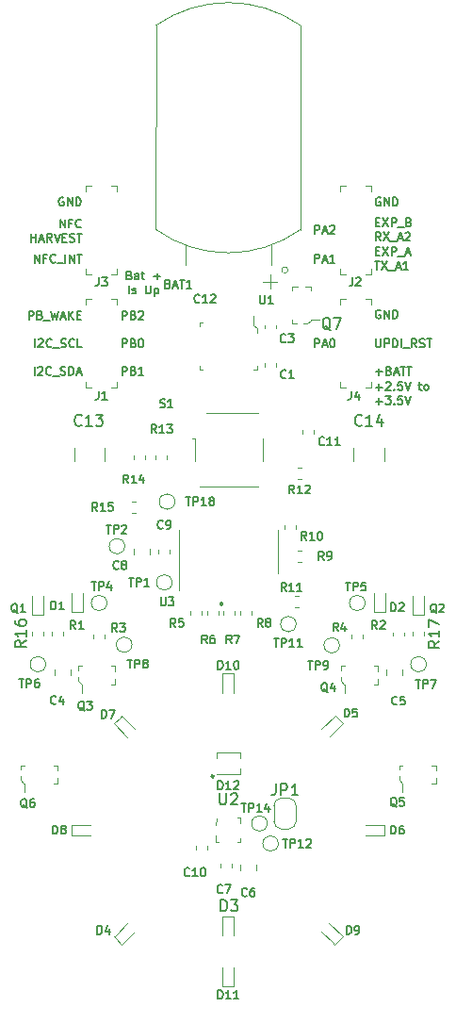
<source format=gto>
G04 #@! TF.GenerationSoftware,KiCad,Pcbnew,(5.1.2)-2*
G04 #@! TF.CreationDate,2022-02-14T19:05:22-05:00*
G04 #@! TF.ProjectId,FWA_2022_Compass_Badge_LWL-003-E10,4657415f-3230-4323-925f-436f6d706173,B*
G04 #@! TF.SameCoordinates,Original*
G04 #@! TF.FileFunction,Legend,Top*
G04 #@! TF.FilePolarity,Positive*
%FSLAX46Y46*%
G04 Gerber Fmt 4.6, Leading zero omitted, Abs format (unit mm)*
G04 Created by KiCad (PCBNEW (5.1.2)-2) date 2022-02-14 19:05:22*
%MOMM*%
%LPD*%
G04 APERTURE LIST*
%ADD10C,0.150000*%
%ADD11C,0.010000*%
%ADD12C,0.120000*%
%ADD13C,0.100000*%
%ADD14C,0.250000*%
%ADD15C,0.155000*%
G04 APERTURE END LIST*
D10*
X81125000Y-75158928D02*
X81232142Y-75194642D01*
X81267857Y-75230357D01*
X81303571Y-75301785D01*
X81303571Y-75408928D01*
X81267857Y-75480357D01*
X81232142Y-75516071D01*
X81160714Y-75551785D01*
X80875000Y-75551785D01*
X80875000Y-74801785D01*
X81125000Y-74801785D01*
X81196428Y-74837500D01*
X81232142Y-74873214D01*
X81267857Y-74944642D01*
X81267857Y-75016071D01*
X81232142Y-75087500D01*
X81196428Y-75123214D01*
X81125000Y-75158928D01*
X80875000Y-75158928D01*
X81946428Y-75551785D02*
X81946428Y-75158928D01*
X81910714Y-75087500D01*
X81839285Y-75051785D01*
X81696428Y-75051785D01*
X81625000Y-75087500D01*
X81946428Y-75516071D02*
X81875000Y-75551785D01*
X81696428Y-75551785D01*
X81625000Y-75516071D01*
X81589285Y-75444642D01*
X81589285Y-75373214D01*
X81625000Y-75301785D01*
X81696428Y-75266071D01*
X81875000Y-75266071D01*
X81946428Y-75230357D01*
X82196428Y-75051785D02*
X82482142Y-75051785D01*
X82303571Y-74801785D02*
X82303571Y-75444642D01*
X82339285Y-75516071D01*
X82410714Y-75551785D01*
X82482142Y-75551785D01*
X83303571Y-75266071D02*
X83875000Y-75266071D01*
X83589285Y-75551785D02*
X83589285Y-74980357D01*
X81053571Y-76826785D02*
X81053571Y-76076785D01*
X81375000Y-76791071D02*
X81446428Y-76826785D01*
X81589285Y-76826785D01*
X81660714Y-76791071D01*
X81696428Y-76719642D01*
X81696428Y-76683928D01*
X81660714Y-76612500D01*
X81589285Y-76576785D01*
X81482142Y-76576785D01*
X81410714Y-76541071D01*
X81375000Y-76469642D01*
X81375000Y-76433928D01*
X81410714Y-76362500D01*
X81482142Y-76326785D01*
X81589285Y-76326785D01*
X81660714Y-76362500D01*
X82589285Y-76076785D02*
X82589285Y-76683928D01*
X82625000Y-76755357D01*
X82660714Y-76791071D01*
X82732142Y-76826785D01*
X82875000Y-76826785D01*
X82946428Y-76791071D01*
X82982142Y-76755357D01*
X83017857Y-76683928D01*
X83017857Y-76076785D01*
X83375000Y-76326785D02*
X83375000Y-77076785D01*
X83375000Y-76362500D02*
X83446428Y-76326785D01*
X83589285Y-76326785D01*
X83660714Y-76362500D01*
X83696428Y-76398214D01*
X83732142Y-76469642D01*
X83732142Y-76683928D01*
X83696428Y-76755357D01*
X83660714Y-76791071D01*
X83589285Y-76826785D01*
X83446428Y-76826785D01*
X83375000Y-76791071D01*
X103276071Y-85216071D02*
X103847500Y-85216071D01*
X103561785Y-85501785D02*
X103561785Y-84930357D01*
X104168928Y-84823214D02*
X104204642Y-84787500D01*
X104276071Y-84751785D01*
X104454642Y-84751785D01*
X104526071Y-84787500D01*
X104561785Y-84823214D01*
X104597500Y-84894642D01*
X104597500Y-84966071D01*
X104561785Y-85073214D01*
X104133214Y-85501785D01*
X104597500Y-85501785D01*
X104918928Y-85430357D02*
X104954642Y-85466071D01*
X104918928Y-85501785D01*
X104883214Y-85466071D01*
X104918928Y-85430357D01*
X104918928Y-85501785D01*
X105633214Y-84751785D02*
X105276071Y-84751785D01*
X105240357Y-85108928D01*
X105276071Y-85073214D01*
X105347500Y-85037500D01*
X105526071Y-85037500D01*
X105597500Y-85073214D01*
X105633214Y-85108928D01*
X105668928Y-85180357D01*
X105668928Y-85358928D01*
X105633214Y-85430357D01*
X105597500Y-85466071D01*
X105526071Y-85501785D01*
X105347500Y-85501785D01*
X105276071Y-85466071D01*
X105240357Y-85430357D01*
X105883214Y-84751785D02*
X106133214Y-85501785D01*
X106383214Y-84751785D01*
X107097500Y-85001785D02*
X107383214Y-85001785D01*
X107204642Y-84751785D02*
X107204642Y-85394642D01*
X107240357Y-85466071D01*
X107311785Y-85501785D01*
X107383214Y-85501785D01*
X107740357Y-85501785D02*
X107668928Y-85466071D01*
X107633214Y-85430357D01*
X107597500Y-85358928D01*
X107597500Y-85144642D01*
X107633214Y-85073214D01*
X107668928Y-85037500D01*
X107740357Y-85001785D01*
X107847500Y-85001785D01*
X107918928Y-85037500D01*
X107954642Y-85073214D01*
X107990357Y-85144642D01*
X107990357Y-85358928D01*
X107954642Y-85430357D01*
X107918928Y-85466071D01*
X107847500Y-85501785D01*
X107740357Y-85501785D01*
X103276071Y-86491071D02*
X103847500Y-86491071D01*
X103561785Y-86776785D02*
X103561785Y-86205357D01*
X104133214Y-86026785D02*
X104597500Y-86026785D01*
X104347500Y-86312500D01*
X104454642Y-86312500D01*
X104526071Y-86348214D01*
X104561785Y-86383928D01*
X104597500Y-86455357D01*
X104597500Y-86633928D01*
X104561785Y-86705357D01*
X104526071Y-86741071D01*
X104454642Y-86776785D01*
X104240357Y-86776785D01*
X104168928Y-86741071D01*
X104133214Y-86705357D01*
X104918928Y-86705357D02*
X104954642Y-86741071D01*
X104918928Y-86776785D01*
X104883214Y-86741071D01*
X104918928Y-86705357D01*
X104918928Y-86776785D01*
X105633214Y-86026785D02*
X105276071Y-86026785D01*
X105240357Y-86383928D01*
X105276071Y-86348214D01*
X105347500Y-86312500D01*
X105526071Y-86312500D01*
X105597500Y-86348214D01*
X105633214Y-86383928D01*
X105668928Y-86455357D01*
X105668928Y-86633928D01*
X105633214Y-86705357D01*
X105597500Y-86741071D01*
X105526071Y-86776785D01*
X105347500Y-86776785D01*
X105276071Y-86741071D01*
X105240357Y-86705357D01*
X105883214Y-86026785D02*
X106133214Y-86776785D01*
X106383214Y-86026785D01*
X103276071Y-83853571D02*
X103847500Y-83853571D01*
X103561785Y-84139285D02*
X103561785Y-83567857D01*
X104454642Y-83746428D02*
X104561785Y-83782142D01*
X104597500Y-83817857D01*
X104633214Y-83889285D01*
X104633214Y-83996428D01*
X104597500Y-84067857D01*
X104561785Y-84103571D01*
X104490357Y-84139285D01*
X104204642Y-84139285D01*
X104204642Y-83389285D01*
X104454642Y-83389285D01*
X104526071Y-83425000D01*
X104561785Y-83460714D01*
X104597500Y-83532142D01*
X104597500Y-83603571D01*
X104561785Y-83675000D01*
X104526071Y-83710714D01*
X104454642Y-83746428D01*
X104204642Y-83746428D01*
X104918928Y-83925000D02*
X105276071Y-83925000D01*
X104847500Y-84139285D02*
X105097500Y-83389285D01*
X105347500Y-84139285D01*
X105490357Y-83389285D02*
X105918928Y-83389285D01*
X105704642Y-84139285D02*
X105704642Y-83389285D01*
X106061785Y-83389285D02*
X106490357Y-83389285D01*
X106276071Y-84139285D02*
X106276071Y-83389285D01*
X103276071Y-80889285D02*
X103276071Y-81496428D01*
X103311785Y-81567857D01*
X103347500Y-81603571D01*
X103418928Y-81639285D01*
X103561785Y-81639285D01*
X103633214Y-81603571D01*
X103668928Y-81567857D01*
X103704642Y-81496428D01*
X103704642Y-80889285D01*
X104061785Y-81639285D02*
X104061785Y-80889285D01*
X104347500Y-80889285D01*
X104418928Y-80925000D01*
X104454642Y-80960714D01*
X104490357Y-81032142D01*
X104490357Y-81139285D01*
X104454642Y-81210714D01*
X104418928Y-81246428D01*
X104347500Y-81282142D01*
X104061785Y-81282142D01*
X104811785Y-81639285D02*
X104811785Y-80889285D01*
X104990357Y-80889285D01*
X105097500Y-80925000D01*
X105168928Y-80996428D01*
X105204642Y-81067857D01*
X105240357Y-81210714D01*
X105240357Y-81317857D01*
X105204642Y-81460714D01*
X105168928Y-81532142D01*
X105097500Y-81603571D01*
X104990357Y-81639285D01*
X104811785Y-81639285D01*
X105561785Y-81639285D02*
X105561785Y-80889285D01*
X105740357Y-81710714D02*
X106311785Y-81710714D01*
X106918928Y-81639285D02*
X106668928Y-81282142D01*
X106490357Y-81639285D02*
X106490357Y-80889285D01*
X106776071Y-80889285D01*
X106847500Y-80925000D01*
X106883214Y-80960714D01*
X106918928Y-81032142D01*
X106918928Y-81139285D01*
X106883214Y-81210714D01*
X106847500Y-81246428D01*
X106776071Y-81282142D01*
X106490357Y-81282142D01*
X107204642Y-81603571D02*
X107311785Y-81639285D01*
X107490357Y-81639285D01*
X107561785Y-81603571D01*
X107597500Y-81567857D01*
X107633214Y-81496428D01*
X107633214Y-81425000D01*
X107597500Y-81353571D01*
X107561785Y-81317857D01*
X107490357Y-81282142D01*
X107347500Y-81246428D01*
X107276071Y-81210714D01*
X107240357Y-81175000D01*
X107204642Y-81103571D01*
X107204642Y-81032142D01*
X107240357Y-80960714D01*
X107276071Y-80925000D01*
X107347500Y-80889285D01*
X107526071Y-80889285D01*
X107633214Y-80925000D01*
X107847500Y-80889285D02*
X108276071Y-80889285D01*
X108061785Y-81639285D02*
X108061785Y-80889285D01*
X97773928Y-81639285D02*
X97773928Y-80889285D01*
X98059642Y-80889285D01*
X98131071Y-80925000D01*
X98166785Y-80960714D01*
X98202500Y-81032142D01*
X98202500Y-81139285D01*
X98166785Y-81210714D01*
X98131071Y-81246428D01*
X98059642Y-81282142D01*
X97773928Y-81282142D01*
X98488214Y-81425000D02*
X98845357Y-81425000D01*
X98416785Y-81639285D02*
X98666785Y-80889285D01*
X98916785Y-81639285D01*
X99309642Y-80889285D02*
X99381071Y-80889285D01*
X99452500Y-80925000D01*
X99488214Y-80960714D01*
X99523928Y-81032142D01*
X99559642Y-81175000D01*
X99559642Y-81353571D01*
X99523928Y-81496428D01*
X99488214Y-81567857D01*
X99452500Y-81603571D01*
X99381071Y-81639285D01*
X99309642Y-81639285D01*
X99238214Y-81603571D01*
X99202500Y-81567857D01*
X99166785Y-81496428D01*
X99131071Y-81353571D01*
X99131071Y-81175000D01*
X99166785Y-81032142D01*
X99202500Y-80960714D01*
X99238214Y-80925000D01*
X99309642Y-80889285D01*
X103668928Y-78325000D02*
X103597500Y-78289285D01*
X103490357Y-78289285D01*
X103383214Y-78325000D01*
X103311785Y-78396428D01*
X103276071Y-78467857D01*
X103240357Y-78610714D01*
X103240357Y-78717857D01*
X103276071Y-78860714D01*
X103311785Y-78932142D01*
X103383214Y-79003571D01*
X103490357Y-79039285D01*
X103561785Y-79039285D01*
X103668928Y-79003571D01*
X103704642Y-78967857D01*
X103704642Y-78717857D01*
X103561785Y-78717857D01*
X104026071Y-79039285D02*
X104026071Y-78289285D01*
X104454642Y-79039285D01*
X104454642Y-78289285D01*
X104811785Y-79039285D02*
X104811785Y-78289285D01*
X104990357Y-78289285D01*
X105097500Y-78325000D01*
X105168928Y-78396428D01*
X105204642Y-78467857D01*
X105240357Y-78610714D01*
X105240357Y-78717857D01*
X105204642Y-78860714D01*
X105168928Y-78932142D01*
X105097500Y-79003571D01*
X104990357Y-79039285D01*
X104811785Y-79039285D01*
X103668928Y-68225000D02*
X103597500Y-68189285D01*
X103490357Y-68189285D01*
X103383214Y-68225000D01*
X103311785Y-68296428D01*
X103276071Y-68367857D01*
X103240357Y-68510714D01*
X103240357Y-68617857D01*
X103276071Y-68760714D01*
X103311785Y-68832142D01*
X103383214Y-68903571D01*
X103490357Y-68939285D01*
X103561785Y-68939285D01*
X103668928Y-68903571D01*
X103704642Y-68867857D01*
X103704642Y-68617857D01*
X103561785Y-68617857D01*
X104026071Y-68939285D02*
X104026071Y-68189285D01*
X104454642Y-68939285D01*
X104454642Y-68189285D01*
X104811785Y-68939285D02*
X104811785Y-68189285D01*
X104990357Y-68189285D01*
X105097500Y-68225000D01*
X105168928Y-68296428D01*
X105204642Y-68367857D01*
X105240357Y-68510714D01*
X105240357Y-68617857D01*
X105204642Y-68760714D01*
X105168928Y-68832142D01*
X105097500Y-68903571D01*
X104990357Y-68939285D01*
X104811785Y-68939285D01*
X103276071Y-73008928D02*
X103526071Y-73008928D01*
X103633214Y-73401785D02*
X103276071Y-73401785D01*
X103276071Y-72651785D01*
X103633214Y-72651785D01*
X103883214Y-72651785D02*
X104383214Y-73401785D01*
X104383214Y-72651785D02*
X103883214Y-73401785D01*
X104668928Y-73401785D02*
X104668928Y-72651785D01*
X104954642Y-72651785D01*
X105026071Y-72687500D01*
X105061785Y-72723214D01*
X105097500Y-72794642D01*
X105097500Y-72901785D01*
X105061785Y-72973214D01*
X105026071Y-73008928D01*
X104954642Y-73044642D01*
X104668928Y-73044642D01*
X105240357Y-73473214D02*
X105811785Y-73473214D01*
X105954642Y-73187500D02*
X106311785Y-73187500D01*
X105883214Y-73401785D02*
X106133214Y-72651785D01*
X106383214Y-73401785D01*
X103168928Y-73926785D02*
X103597500Y-73926785D01*
X103383214Y-74676785D02*
X103383214Y-73926785D01*
X103776071Y-73926785D02*
X104276071Y-74676785D01*
X104276071Y-73926785D02*
X103776071Y-74676785D01*
X104383214Y-74748214D02*
X104954642Y-74748214D01*
X105097500Y-74462500D02*
X105454642Y-74462500D01*
X105026071Y-74676785D02*
X105276071Y-73926785D01*
X105526071Y-74676785D01*
X106168928Y-74676785D02*
X105740357Y-74676785D01*
X105954642Y-74676785D02*
X105954642Y-73926785D01*
X105883214Y-74033928D01*
X105811785Y-74105357D01*
X105740357Y-74141071D01*
X97773928Y-74039285D02*
X97773928Y-73289285D01*
X98059642Y-73289285D01*
X98131071Y-73325000D01*
X98166785Y-73360714D01*
X98202500Y-73432142D01*
X98202500Y-73539285D01*
X98166785Y-73610714D01*
X98131071Y-73646428D01*
X98059642Y-73682142D01*
X97773928Y-73682142D01*
X98488214Y-73825000D02*
X98845357Y-73825000D01*
X98416785Y-74039285D02*
X98666785Y-73289285D01*
X98916785Y-74039285D01*
X99559642Y-74039285D02*
X99131071Y-74039285D01*
X99345357Y-74039285D02*
X99345357Y-73289285D01*
X99273928Y-73396428D01*
X99202500Y-73467857D01*
X99131071Y-73503571D01*
X103276071Y-70408928D02*
X103526071Y-70408928D01*
X103633214Y-70801785D02*
X103276071Y-70801785D01*
X103276071Y-70051785D01*
X103633214Y-70051785D01*
X103883214Y-70051785D02*
X104383214Y-70801785D01*
X104383214Y-70051785D02*
X103883214Y-70801785D01*
X104668928Y-70801785D02*
X104668928Y-70051785D01*
X104954642Y-70051785D01*
X105026071Y-70087500D01*
X105061785Y-70123214D01*
X105097500Y-70194642D01*
X105097500Y-70301785D01*
X105061785Y-70373214D01*
X105026071Y-70408928D01*
X104954642Y-70444642D01*
X104668928Y-70444642D01*
X105240357Y-70873214D02*
X105811785Y-70873214D01*
X106240357Y-70408928D02*
X106347500Y-70444642D01*
X106383214Y-70480357D01*
X106418928Y-70551785D01*
X106418928Y-70658928D01*
X106383214Y-70730357D01*
X106347500Y-70766071D01*
X106276071Y-70801785D01*
X105990357Y-70801785D01*
X105990357Y-70051785D01*
X106240357Y-70051785D01*
X106311785Y-70087500D01*
X106347500Y-70123214D01*
X106383214Y-70194642D01*
X106383214Y-70266071D01*
X106347500Y-70337500D01*
X106311785Y-70373214D01*
X106240357Y-70408928D01*
X105990357Y-70408928D01*
X103704642Y-72076785D02*
X103454642Y-71719642D01*
X103276071Y-72076785D02*
X103276071Y-71326785D01*
X103561785Y-71326785D01*
X103633214Y-71362500D01*
X103668928Y-71398214D01*
X103704642Y-71469642D01*
X103704642Y-71576785D01*
X103668928Y-71648214D01*
X103633214Y-71683928D01*
X103561785Y-71719642D01*
X103276071Y-71719642D01*
X103954642Y-71326785D02*
X104454642Y-72076785D01*
X104454642Y-71326785D02*
X103954642Y-72076785D01*
X104561785Y-72148214D02*
X105133214Y-72148214D01*
X105276071Y-71862500D02*
X105633214Y-71862500D01*
X105204642Y-72076785D02*
X105454642Y-71326785D01*
X105704642Y-72076785D01*
X105918928Y-71398214D02*
X105954642Y-71362500D01*
X106026071Y-71326785D01*
X106204642Y-71326785D01*
X106276071Y-71362500D01*
X106311785Y-71398214D01*
X106347500Y-71469642D01*
X106347500Y-71541071D01*
X106311785Y-71648214D01*
X105883214Y-72076785D01*
X106347500Y-72076785D01*
X97773928Y-71439285D02*
X97773928Y-70689285D01*
X98059642Y-70689285D01*
X98131071Y-70725000D01*
X98166785Y-70760714D01*
X98202500Y-70832142D01*
X98202500Y-70939285D01*
X98166785Y-71010714D01*
X98131071Y-71046428D01*
X98059642Y-71082142D01*
X97773928Y-71082142D01*
X98488214Y-71225000D02*
X98845357Y-71225000D01*
X98416785Y-71439285D02*
X98666785Y-70689285D01*
X98916785Y-71439285D01*
X99131071Y-70760714D02*
X99166785Y-70725000D01*
X99238214Y-70689285D01*
X99416785Y-70689285D01*
X99488214Y-70725000D01*
X99523928Y-70760714D01*
X99559642Y-70832142D01*
X99559642Y-70903571D01*
X99523928Y-71010714D01*
X99095357Y-71439285D01*
X99559642Y-71439285D01*
X80476071Y-84139285D02*
X80476071Y-83389285D01*
X80761785Y-83389285D01*
X80833214Y-83425000D01*
X80868928Y-83460714D01*
X80904642Y-83532142D01*
X80904642Y-83639285D01*
X80868928Y-83710714D01*
X80833214Y-83746428D01*
X80761785Y-83782142D01*
X80476071Y-83782142D01*
X81476071Y-83746428D02*
X81583214Y-83782142D01*
X81618928Y-83817857D01*
X81654642Y-83889285D01*
X81654642Y-83996428D01*
X81618928Y-84067857D01*
X81583214Y-84103571D01*
X81511785Y-84139285D01*
X81226071Y-84139285D01*
X81226071Y-83389285D01*
X81476071Y-83389285D01*
X81547500Y-83425000D01*
X81583214Y-83460714D01*
X81618928Y-83532142D01*
X81618928Y-83603571D01*
X81583214Y-83675000D01*
X81547500Y-83710714D01*
X81476071Y-83746428D01*
X81226071Y-83746428D01*
X82368928Y-84139285D02*
X81940357Y-84139285D01*
X82154642Y-84139285D02*
X82154642Y-83389285D01*
X82083214Y-83496428D01*
X82011785Y-83567857D01*
X81940357Y-83603571D01*
X72581071Y-84139285D02*
X72581071Y-83389285D01*
X72902500Y-83460714D02*
X72938214Y-83425000D01*
X73009642Y-83389285D01*
X73188214Y-83389285D01*
X73259642Y-83425000D01*
X73295357Y-83460714D01*
X73331071Y-83532142D01*
X73331071Y-83603571D01*
X73295357Y-83710714D01*
X72866785Y-84139285D01*
X73331071Y-84139285D01*
X74081071Y-84067857D02*
X74045357Y-84103571D01*
X73938214Y-84139285D01*
X73866785Y-84139285D01*
X73759642Y-84103571D01*
X73688214Y-84032142D01*
X73652500Y-83960714D01*
X73616785Y-83817857D01*
X73616785Y-83710714D01*
X73652500Y-83567857D01*
X73688214Y-83496428D01*
X73759642Y-83425000D01*
X73866785Y-83389285D01*
X73938214Y-83389285D01*
X74045357Y-83425000D01*
X74081071Y-83460714D01*
X74223928Y-84210714D02*
X74795357Y-84210714D01*
X74938214Y-84103571D02*
X75045357Y-84139285D01*
X75223928Y-84139285D01*
X75295357Y-84103571D01*
X75331071Y-84067857D01*
X75366785Y-83996428D01*
X75366785Y-83925000D01*
X75331071Y-83853571D01*
X75295357Y-83817857D01*
X75223928Y-83782142D01*
X75081071Y-83746428D01*
X75009642Y-83710714D01*
X74973928Y-83675000D01*
X74938214Y-83603571D01*
X74938214Y-83532142D01*
X74973928Y-83460714D01*
X75009642Y-83425000D01*
X75081071Y-83389285D01*
X75259642Y-83389285D01*
X75366785Y-83425000D01*
X75688214Y-84139285D02*
X75688214Y-83389285D01*
X75866785Y-83389285D01*
X75973928Y-83425000D01*
X76045357Y-83496428D01*
X76081071Y-83567857D01*
X76116785Y-83710714D01*
X76116785Y-83817857D01*
X76081071Y-83960714D01*
X76045357Y-84032142D01*
X75973928Y-84103571D01*
X75866785Y-84139285D01*
X75688214Y-84139285D01*
X76402500Y-83925000D02*
X76759642Y-83925000D01*
X76331071Y-84139285D02*
X76581071Y-83389285D01*
X76831071Y-84139285D01*
X80476071Y-81639285D02*
X80476071Y-80889285D01*
X80761785Y-80889285D01*
X80833214Y-80925000D01*
X80868928Y-80960714D01*
X80904642Y-81032142D01*
X80904642Y-81139285D01*
X80868928Y-81210714D01*
X80833214Y-81246428D01*
X80761785Y-81282142D01*
X80476071Y-81282142D01*
X81476071Y-81246428D02*
X81583214Y-81282142D01*
X81618928Y-81317857D01*
X81654642Y-81389285D01*
X81654642Y-81496428D01*
X81618928Y-81567857D01*
X81583214Y-81603571D01*
X81511785Y-81639285D01*
X81226071Y-81639285D01*
X81226071Y-80889285D01*
X81476071Y-80889285D01*
X81547500Y-80925000D01*
X81583214Y-80960714D01*
X81618928Y-81032142D01*
X81618928Y-81103571D01*
X81583214Y-81175000D01*
X81547500Y-81210714D01*
X81476071Y-81246428D01*
X81226071Y-81246428D01*
X82118928Y-80889285D02*
X82190357Y-80889285D01*
X82261785Y-80925000D01*
X82297500Y-80960714D01*
X82333214Y-81032142D01*
X82368928Y-81175000D01*
X82368928Y-81353571D01*
X82333214Y-81496428D01*
X82297500Y-81567857D01*
X82261785Y-81603571D01*
X82190357Y-81639285D01*
X82118928Y-81639285D01*
X82047500Y-81603571D01*
X82011785Y-81567857D01*
X81976071Y-81496428D01*
X81940357Y-81353571D01*
X81940357Y-81175000D01*
X81976071Y-81032142D01*
X82011785Y-80960714D01*
X82047500Y-80925000D01*
X82118928Y-80889285D01*
X72616785Y-81639285D02*
X72616785Y-80889285D01*
X72938214Y-80960714D02*
X72973928Y-80925000D01*
X73045357Y-80889285D01*
X73223928Y-80889285D01*
X73295357Y-80925000D01*
X73331071Y-80960714D01*
X73366785Y-81032142D01*
X73366785Y-81103571D01*
X73331071Y-81210714D01*
X72902500Y-81639285D01*
X73366785Y-81639285D01*
X74116785Y-81567857D02*
X74081071Y-81603571D01*
X73973928Y-81639285D01*
X73902500Y-81639285D01*
X73795357Y-81603571D01*
X73723928Y-81532142D01*
X73688214Y-81460714D01*
X73652500Y-81317857D01*
X73652500Y-81210714D01*
X73688214Y-81067857D01*
X73723928Y-80996428D01*
X73795357Y-80925000D01*
X73902500Y-80889285D01*
X73973928Y-80889285D01*
X74081071Y-80925000D01*
X74116785Y-80960714D01*
X74259642Y-81710714D02*
X74831071Y-81710714D01*
X74973928Y-81603571D02*
X75081071Y-81639285D01*
X75259642Y-81639285D01*
X75331071Y-81603571D01*
X75366785Y-81567857D01*
X75402500Y-81496428D01*
X75402500Y-81425000D01*
X75366785Y-81353571D01*
X75331071Y-81317857D01*
X75259642Y-81282142D01*
X75116785Y-81246428D01*
X75045357Y-81210714D01*
X75009642Y-81175000D01*
X74973928Y-81103571D01*
X74973928Y-81032142D01*
X75009642Y-80960714D01*
X75045357Y-80925000D01*
X75116785Y-80889285D01*
X75295357Y-80889285D01*
X75402500Y-80925000D01*
X76152500Y-81567857D02*
X76116785Y-81603571D01*
X76009642Y-81639285D01*
X75938214Y-81639285D01*
X75831071Y-81603571D01*
X75759642Y-81532142D01*
X75723928Y-81460714D01*
X75688214Y-81317857D01*
X75688214Y-81210714D01*
X75723928Y-81067857D01*
X75759642Y-80996428D01*
X75831071Y-80925000D01*
X75938214Y-80889285D01*
X76009642Y-80889285D01*
X76116785Y-80925000D01*
X76152500Y-80960714D01*
X76831071Y-81639285D02*
X76473928Y-81639285D01*
X76473928Y-80889285D01*
X80476071Y-79139285D02*
X80476071Y-78389285D01*
X80761785Y-78389285D01*
X80833214Y-78425000D01*
X80868928Y-78460714D01*
X80904642Y-78532142D01*
X80904642Y-78639285D01*
X80868928Y-78710714D01*
X80833214Y-78746428D01*
X80761785Y-78782142D01*
X80476071Y-78782142D01*
X81476071Y-78746428D02*
X81583214Y-78782142D01*
X81618928Y-78817857D01*
X81654642Y-78889285D01*
X81654642Y-78996428D01*
X81618928Y-79067857D01*
X81583214Y-79103571D01*
X81511785Y-79139285D01*
X81226071Y-79139285D01*
X81226071Y-78389285D01*
X81476071Y-78389285D01*
X81547500Y-78425000D01*
X81583214Y-78460714D01*
X81618928Y-78532142D01*
X81618928Y-78603571D01*
X81583214Y-78675000D01*
X81547500Y-78710714D01*
X81476071Y-78746428D01*
X81226071Y-78746428D01*
X81940357Y-78460714D02*
X81976071Y-78425000D01*
X82047500Y-78389285D01*
X82226071Y-78389285D01*
X82297500Y-78425000D01*
X82333214Y-78460714D01*
X82368928Y-78532142D01*
X82368928Y-78603571D01*
X82333214Y-78710714D01*
X81904642Y-79139285D01*
X82368928Y-79139285D01*
X72081071Y-79139285D02*
X72081071Y-78389285D01*
X72366785Y-78389285D01*
X72438214Y-78425000D01*
X72473928Y-78460714D01*
X72509642Y-78532142D01*
X72509642Y-78639285D01*
X72473928Y-78710714D01*
X72438214Y-78746428D01*
X72366785Y-78782142D01*
X72081071Y-78782142D01*
X73081071Y-78746428D02*
X73188214Y-78782142D01*
X73223928Y-78817857D01*
X73259642Y-78889285D01*
X73259642Y-78996428D01*
X73223928Y-79067857D01*
X73188214Y-79103571D01*
X73116785Y-79139285D01*
X72831071Y-79139285D01*
X72831071Y-78389285D01*
X73081071Y-78389285D01*
X73152500Y-78425000D01*
X73188214Y-78460714D01*
X73223928Y-78532142D01*
X73223928Y-78603571D01*
X73188214Y-78675000D01*
X73152500Y-78710714D01*
X73081071Y-78746428D01*
X72831071Y-78746428D01*
X73402500Y-79210714D02*
X73973928Y-79210714D01*
X74081071Y-78389285D02*
X74259642Y-79139285D01*
X74402500Y-78603571D01*
X74545357Y-79139285D01*
X74723928Y-78389285D01*
X74973928Y-78925000D02*
X75331071Y-78925000D01*
X74902500Y-79139285D02*
X75152500Y-78389285D01*
X75402500Y-79139285D01*
X75652500Y-79139285D02*
X75652500Y-78389285D01*
X76081071Y-79139285D02*
X75759642Y-78710714D01*
X76081071Y-78389285D02*
X75652500Y-78817857D01*
X76402500Y-78746428D02*
X76652500Y-78746428D01*
X76759642Y-79139285D02*
X76402500Y-79139285D01*
X76402500Y-78389285D01*
X76759642Y-78389285D01*
X72616785Y-74039285D02*
X72616785Y-73289285D01*
X73045357Y-74039285D01*
X73045357Y-73289285D01*
X73652500Y-73646428D02*
X73402500Y-73646428D01*
X73402500Y-74039285D02*
X73402500Y-73289285D01*
X73759642Y-73289285D01*
X74473928Y-73967857D02*
X74438214Y-74003571D01*
X74331071Y-74039285D01*
X74259642Y-74039285D01*
X74152500Y-74003571D01*
X74081071Y-73932142D01*
X74045357Y-73860714D01*
X74009642Y-73717857D01*
X74009642Y-73610714D01*
X74045357Y-73467857D01*
X74081071Y-73396428D01*
X74152500Y-73325000D01*
X74259642Y-73289285D01*
X74331071Y-73289285D01*
X74438214Y-73325000D01*
X74473928Y-73360714D01*
X74616785Y-74110714D02*
X75188214Y-74110714D01*
X75366785Y-74039285D02*
X75366785Y-73289285D01*
X75723928Y-74039285D02*
X75723928Y-73289285D01*
X76152500Y-74039285D01*
X76152500Y-73289285D01*
X76402500Y-73289285D02*
X76831071Y-73289285D01*
X76616785Y-74039285D02*
X76616785Y-73289285D01*
X74902500Y-70901785D02*
X74902500Y-70151785D01*
X75331071Y-70901785D01*
X75331071Y-70151785D01*
X75938214Y-70508928D02*
X75688214Y-70508928D01*
X75688214Y-70901785D02*
X75688214Y-70151785D01*
X76045357Y-70151785D01*
X76759642Y-70830357D02*
X76723928Y-70866071D01*
X76616785Y-70901785D01*
X76545357Y-70901785D01*
X76438214Y-70866071D01*
X76366785Y-70794642D01*
X76331071Y-70723214D01*
X76295357Y-70580357D01*
X76295357Y-70473214D01*
X76331071Y-70330357D01*
X76366785Y-70258928D01*
X76438214Y-70187500D01*
X76545357Y-70151785D01*
X76616785Y-70151785D01*
X76723928Y-70187500D01*
X76759642Y-70223214D01*
X72295357Y-72176785D02*
X72295357Y-71426785D01*
X72295357Y-71783928D02*
X72723928Y-71783928D01*
X72723928Y-72176785D02*
X72723928Y-71426785D01*
X73045357Y-71962500D02*
X73402500Y-71962500D01*
X72973928Y-72176785D02*
X73223928Y-71426785D01*
X73473928Y-72176785D01*
X74152500Y-72176785D02*
X73902500Y-71819642D01*
X73723928Y-72176785D02*
X73723928Y-71426785D01*
X74009642Y-71426785D01*
X74081071Y-71462500D01*
X74116785Y-71498214D01*
X74152500Y-71569642D01*
X74152500Y-71676785D01*
X74116785Y-71748214D01*
X74081071Y-71783928D01*
X74009642Y-71819642D01*
X73723928Y-71819642D01*
X74366785Y-71426785D02*
X74616785Y-72176785D01*
X74866785Y-71426785D01*
X75116785Y-71783928D02*
X75366785Y-71783928D01*
X75473928Y-72176785D02*
X75116785Y-72176785D01*
X75116785Y-71426785D01*
X75473928Y-71426785D01*
X75759642Y-72141071D02*
X75866785Y-72176785D01*
X76045357Y-72176785D01*
X76116785Y-72141071D01*
X76152500Y-72105357D01*
X76188214Y-72033928D01*
X76188214Y-71962500D01*
X76152500Y-71891071D01*
X76116785Y-71855357D01*
X76045357Y-71819642D01*
X75902500Y-71783928D01*
X75831071Y-71748214D01*
X75795357Y-71712500D01*
X75759642Y-71641071D01*
X75759642Y-71569642D01*
X75795357Y-71498214D01*
X75831071Y-71462500D01*
X75902500Y-71426785D01*
X76081071Y-71426785D01*
X76188214Y-71462500D01*
X76402500Y-71426785D02*
X76831071Y-71426785D01*
X76616785Y-72176785D02*
X76616785Y-71426785D01*
X75188214Y-68225000D02*
X75116785Y-68189285D01*
X75009642Y-68189285D01*
X74902500Y-68225000D01*
X74831071Y-68296428D01*
X74795357Y-68367857D01*
X74759642Y-68510714D01*
X74759642Y-68617857D01*
X74795357Y-68760714D01*
X74831071Y-68832142D01*
X74902500Y-68903571D01*
X75009642Y-68939285D01*
X75081071Y-68939285D01*
X75188214Y-68903571D01*
X75223928Y-68867857D01*
X75223928Y-68617857D01*
X75081071Y-68617857D01*
X75545357Y-68939285D02*
X75545357Y-68189285D01*
X75973928Y-68939285D01*
X75973928Y-68189285D01*
X76331071Y-68939285D02*
X76331071Y-68189285D01*
X76509642Y-68189285D01*
X76616785Y-68225000D01*
X76688214Y-68296428D01*
X76723928Y-68367857D01*
X76759642Y-68510714D01*
X76759642Y-68617857D01*
X76723928Y-68760714D01*
X76688214Y-68832142D01*
X76616785Y-68903571D01*
X76509642Y-68939285D01*
X76331071Y-68939285D01*
D11*
G36*
X89363392Y-104508935D02*
G01*
X89391805Y-104517900D01*
X89417515Y-104533810D01*
X89427208Y-104542047D01*
X89449679Y-104567813D01*
X89464947Y-104596689D01*
X89472949Y-104627471D01*
X89473618Y-104658953D01*
X89466891Y-104689931D01*
X89452702Y-104719198D01*
X89437789Y-104738578D01*
X89412384Y-104760876D01*
X89383676Y-104776530D01*
X89353035Y-104785152D01*
X89321826Y-104786358D01*
X89291563Y-104779813D01*
X89259271Y-104764268D01*
X89232957Y-104743434D01*
X89213008Y-104718251D01*
X89199816Y-104689658D01*
X89193768Y-104658594D01*
X89195256Y-104625999D01*
X89204668Y-104592811D01*
X89209541Y-104581967D01*
X89228004Y-104553486D01*
X89251893Y-104531208D01*
X89280333Y-104515681D01*
X89312450Y-104507453D01*
X89330449Y-104506240D01*
X89363392Y-104508935D01*
X89363392Y-104508935D01*
G37*
X89363392Y-104508935D02*
X89391805Y-104517900D01*
X89417515Y-104533810D01*
X89427208Y-104542047D01*
X89449679Y-104567813D01*
X89464947Y-104596689D01*
X89472949Y-104627471D01*
X89473618Y-104658953D01*
X89466891Y-104689931D01*
X89452702Y-104719198D01*
X89437789Y-104738578D01*
X89412384Y-104760876D01*
X89383676Y-104776530D01*
X89353035Y-104785152D01*
X89321826Y-104786358D01*
X89291563Y-104779813D01*
X89259271Y-104764268D01*
X89232957Y-104743434D01*
X89213008Y-104718251D01*
X89199816Y-104689658D01*
X89193768Y-104658594D01*
X89195256Y-104625999D01*
X89204668Y-104592811D01*
X89209541Y-104581967D01*
X89228004Y-104553486D01*
X89251893Y-104531208D01*
X89280333Y-104515681D01*
X89312450Y-104507453D01*
X89330449Y-104506240D01*
X89363392Y-104508935D01*
D12*
X95360552Y-74700000D02*
G75*
G03X95360552Y-74700000I-280552J0D01*
G01*
X96476999Y-52729001D02*
X96473579Y-71088396D01*
X86164600Y-74242800D02*
X86164600Y-72490200D01*
X93860800Y-72464800D02*
X93860800Y-74242800D01*
X83503375Y-52742743D02*
X83497601Y-71067799D01*
X96473579Y-71088396D02*
G75*
G02X83497601Y-71067799I-6473579J9088396D01*
G01*
X83503375Y-52742744D02*
G75*
G02X96476999Y-52729001I6496625J-9257256D01*
G01*
X93149600Y-75766800D02*
X94419600Y-75766800D01*
X93784600Y-75131800D02*
X93784600Y-76401800D01*
D13*
X96775000Y-79500000D02*
X97050000Y-79500000D01*
X97050000Y-79500000D02*
X97425000Y-79225000D01*
X97425000Y-79225000D02*
X97425000Y-79175000D01*
X97425000Y-79175000D02*
X98200000Y-79175000D01*
X96950000Y-76200000D02*
X97425000Y-76200000D01*
X97425000Y-76200000D02*
X97425000Y-76550000D01*
X95775000Y-76425000D02*
X95775000Y-76550000D01*
X95775000Y-76500000D02*
X95775000Y-76200000D01*
X95775000Y-76200000D02*
X96225000Y-76200000D01*
X96150000Y-79500000D02*
X95775000Y-79500000D01*
X95775000Y-79500000D02*
X95775000Y-79200000D01*
X88900000Y-124250000D02*
X88900000Y-124550000D01*
X88950000Y-124200000D02*
X88900000Y-124250000D01*
X88950000Y-123950000D02*
X88950000Y-124200000D01*
X91100000Y-123900000D02*
X91100000Y-124400000D01*
X90800000Y-123900000D02*
X91100000Y-123900000D01*
X91100000Y-126100000D02*
X91100000Y-125700000D01*
X90850000Y-126100000D02*
X91100000Y-126100000D01*
X88900000Y-126100000D02*
X88900000Y-125500000D01*
X89150000Y-126100000D02*
X88900000Y-126100000D01*
D12*
X94100000Y-124200000D02*
X94100000Y-122800000D01*
X94800000Y-122100000D02*
X95400000Y-122100000D01*
X96100000Y-122800000D02*
X96100000Y-124200000D01*
X95400000Y-124900000D02*
X94800000Y-124900000D01*
X94800000Y-124900000D02*
G75*
G02X94100000Y-124200000I0J700000D01*
G01*
X96100000Y-124200000D02*
G75*
G02X95400000Y-124900000I-700000J0D01*
G01*
X95400000Y-122100000D02*
G75*
G02X96100000Y-122800000I0J-700000D01*
G01*
X94100000Y-122800000D02*
G75*
G02X94800000Y-122100000I700000J0D01*
G01*
X106590000Y-107217221D02*
X106590000Y-107542779D01*
X107610000Y-107217221D02*
X107610000Y-107542779D01*
X72380000Y-107189721D02*
X72380000Y-107515279D01*
X73400000Y-107189721D02*
X73400000Y-107515279D01*
X91090000Y-105337221D02*
X91090000Y-105662779D01*
X92110000Y-105337221D02*
X92110000Y-105662779D01*
X89590000Y-105337221D02*
X89590000Y-105662779D01*
X90610000Y-105337221D02*
X90610000Y-105662779D01*
X88090000Y-105337221D02*
X88090000Y-105662779D01*
X89110000Y-105337221D02*
X89110000Y-105662779D01*
X86590000Y-105337221D02*
X86590000Y-105662779D01*
X87610000Y-105337221D02*
X87610000Y-105662779D01*
X89510000Y-132740000D02*
X89510000Y-134440000D01*
X90310000Y-132740000D02*
X89510000Y-132740000D01*
X90510000Y-132740000D02*
X90310000Y-132740000D01*
X90510000Y-132840000D02*
X90510000Y-132740000D01*
X90510000Y-132940000D02*
X90510000Y-132840000D01*
X90510000Y-132940000D02*
X90510000Y-134440000D01*
X101280000Y-90657936D02*
X101280000Y-91862064D01*
X104000000Y-90657936D02*
X104000000Y-91862064D01*
X76180000Y-90677936D02*
X76180000Y-91882064D01*
X78900000Y-90677936D02*
X78900000Y-91882064D01*
X85565000Y-100000000D02*
X85565000Y-103450000D01*
X85565000Y-100000000D02*
X85565000Y-98050000D01*
X94435000Y-100000000D02*
X94435000Y-101950000D01*
X94435000Y-100000000D02*
X94435000Y-98050000D01*
D13*
X87400000Y-83650000D02*
X87400000Y-83350000D01*
X87700000Y-83650000D02*
X87400000Y-83650000D01*
X92600000Y-83650000D02*
X92600000Y-83350000D01*
X92300000Y-83650000D02*
X92600000Y-83650000D01*
X87400000Y-79450000D02*
X87400000Y-79750000D01*
X87700000Y-79450000D02*
X87400000Y-79450000D01*
X92300000Y-79650000D02*
X92300000Y-78850000D01*
X92600000Y-79950000D02*
X92300000Y-79650000D01*
X92600000Y-80350000D02*
X92600000Y-79950000D01*
D12*
X85200000Y-95500000D02*
G75*
G03X85200000Y-95500000I-700000J0D01*
G01*
X93500000Y-124400000D02*
G75*
G03X93500000Y-124400000I-700000J0D01*
G01*
X94500000Y-126200000D02*
G75*
G03X94500000Y-126200000I-700000J0D01*
G01*
X96100000Y-106500000D02*
G75*
G03X96100000Y-106500000I-700000J0D01*
G01*
X100000000Y-108400000D02*
G75*
G03X100000000Y-108400000I-700000J0D01*
G01*
X81350000Y-108350000D02*
G75*
G03X81350000Y-108350000I-700000J0D01*
G01*
X107800000Y-110100000D02*
G75*
G03X107800000Y-110100000I-700000J0D01*
G01*
X73600000Y-110100000D02*
G75*
G03X73600000Y-110100000I-700000J0D01*
G01*
X102300000Y-104600000D02*
G75*
G03X102300000Y-104600000I-700000J0D01*
G01*
X79100000Y-104600000D02*
G75*
G03X79100000Y-104600000I-700000J0D01*
G01*
X80700000Y-99500000D02*
G75*
G03X80700000Y-99500000I-700000J0D01*
G01*
X84950000Y-102750000D02*
G75*
G03X84950000Y-102750000I-700000J0D01*
G01*
D13*
X87003200Y-89800400D02*
X86753200Y-89800400D01*
X92692800Y-94162600D02*
X87400000Y-94152800D01*
X93109200Y-89804800D02*
X93109200Y-91900000D01*
X87003200Y-89793800D02*
X87003200Y-91902000D01*
X88000000Y-87558600D02*
X92667400Y-87558600D01*
D12*
X81662779Y-95490000D02*
X81337221Y-95490000D01*
X81662779Y-96510000D02*
X81337221Y-96510000D01*
X81490000Y-91337221D02*
X81490000Y-91662779D01*
X82510000Y-91337221D02*
X82510000Y-91662779D01*
X83490000Y-91337221D02*
X83490000Y-91662779D01*
X84510000Y-91337221D02*
X84510000Y-91662779D01*
X96575279Y-92490000D02*
X96249721Y-92490000D01*
X96575279Y-93510000D02*
X96249721Y-93510000D01*
X96024721Y-105010000D02*
X96350279Y-105010000D01*
X96024721Y-103990000D02*
X96350279Y-103990000D01*
X96110000Y-97962779D02*
X96110000Y-97637221D01*
X95090000Y-97962779D02*
X95090000Y-97637221D01*
X96575279Y-99890000D02*
X96249721Y-99890000D01*
X96575279Y-100910000D02*
X96249721Y-100910000D01*
X101090000Y-107437221D02*
X101090000Y-107762779D01*
X102110000Y-107437221D02*
X102110000Y-107762779D01*
X77890000Y-107437221D02*
X77890000Y-107762779D01*
X78910000Y-107437221D02*
X78910000Y-107762779D01*
X104790000Y-107237221D02*
X104790000Y-107562779D01*
X105810000Y-107237221D02*
X105810000Y-107562779D01*
X74140000Y-107187221D02*
X74140000Y-107512779D01*
X75160000Y-107187221D02*
X75160000Y-107512779D01*
D13*
X71350000Y-119175000D02*
X71650000Y-119175000D01*
X71350000Y-119550000D02*
X71350000Y-119175000D01*
X74650000Y-119175000D02*
X74650000Y-119625000D01*
X74350000Y-119175000D02*
X74650000Y-119175000D01*
X74425000Y-119175000D02*
X74300000Y-119175000D01*
X74650000Y-120825000D02*
X74300000Y-120825000D01*
X74650000Y-120350000D02*
X74650000Y-120825000D01*
X71675000Y-120825000D02*
X71675000Y-121600000D01*
X71625000Y-120825000D02*
X71675000Y-120825000D01*
X71350000Y-120450000D02*
X71625000Y-120825000D01*
X71350000Y-120175000D02*
X71350000Y-120450000D01*
X105350000Y-119175000D02*
X105650000Y-119175000D01*
X105350000Y-119550000D02*
X105350000Y-119175000D01*
X108650000Y-119175000D02*
X108650000Y-119625000D01*
X108350000Y-119175000D02*
X108650000Y-119175000D01*
X108425000Y-119175000D02*
X108300000Y-119175000D01*
X108650000Y-120825000D02*
X108300000Y-120825000D01*
X108650000Y-120350000D02*
X108650000Y-120825000D01*
X105675000Y-120825000D02*
X105675000Y-121600000D01*
X105625000Y-120825000D02*
X105675000Y-120825000D01*
X105350000Y-120450000D02*
X105625000Y-120825000D01*
X105350000Y-120175000D02*
X105350000Y-120450000D01*
X100150000Y-110275000D02*
X100450000Y-110275000D01*
X100150000Y-110650000D02*
X100150000Y-110275000D01*
X103450000Y-110275000D02*
X103450000Y-110725000D01*
X103150000Y-110275000D02*
X103450000Y-110275000D01*
X103225000Y-110275000D02*
X103100000Y-110275000D01*
X103450000Y-111925000D02*
X103100000Y-111925000D01*
X103450000Y-111450000D02*
X103450000Y-111925000D01*
X100475000Y-111925000D02*
X100475000Y-112700000D01*
X100425000Y-111925000D02*
X100475000Y-111925000D01*
X100150000Y-111550000D02*
X100425000Y-111925000D01*
X100150000Y-111275000D02*
X100150000Y-111550000D01*
X76550000Y-110275000D02*
X76850000Y-110275000D01*
X76550000Y-110650000D02*
X76550000Y-110275000D01*
X79850000Y-110275000D02*
X79850000Y-110725000D01*
X79550000Y-110275000D02*
X79850000Y-110275000D01*
X79625000Y-110275000D02*
X79500000Y-110275000D01*
X79850000Y-111925000D02*
X79500000Y-111925000D01*
X79850000Y-111450000D02*
X79850000Y-111925000D01*
X76875000Y-111925000D02*
X76875000Y-112700000D01*
X76825000Y-111925000D02*
X76875000Y-111925000D01*
X76550000Y-111550000D02*
X76825000Y-111925000D01*
X76550000Y-111275000D02*
X76550000Y-111550000D01*
D12*
X107600000Y-105700000D02*
X107600000Y-104000000D01*
X106800000Y-105700000D02*
X107600000Y-105700000D01*
X106600000Y-105700000D02*
X106800000Y-105700000D01*
X106600000Y-105600000D02*
X106600000Y-105700000D01*
X106600000Y-105500000D02*
X106600000Y-105600000D01*
X106600000Y-105500000D02*
X106600000Y-104000000D01*
X73400000Y-105640000D02*
X73400000Y-103940000D01*
X72600000Y-105640000D02*
X73400000Y-105640000D01*
X72400000Y-105640000D02*
X72600000Y-105640000D01*
X72400000Y-105540000D02*
X72400000Y-105640000D01*
X72400000Y-105440000D02*
X72400000Y-105540000D01*
X72400000Y-105440000D02*
X72400000Y-103940000D01*
D13*
X100030000Y-77320000D02*
X100030000Y-77820000D01*
X100030000Y-77320000D02*
X100530000Y-77320000D01*
X100030000Y-85220000D02*
X100030000Y-84720000D01*
X100030000Y-85220000D02*
X100530000Y-85220000D01*
X102830000Y-85220000D02*
X102330000Y-85220000D01*
X102830000Y-85220000D02*
X102830000Y-84720000D01*
X102830000Y-77320000D02*
X102830000Y-77820000D01*
X102830000Y-77320000D02*
X102330000Y-77320000D01*
X77170000Y-67160000D02*
X77170000Y-67660000D01*
X77170000Y-67160000D02*
X77670000Y-67160000D01*
X77170000Y-75060000D02*
X77170000Y-74560000D01*
X77170000Y-75060000D02*
X77670000Y-75060000D01*
X79970000Y-75060000D02*
X79470000Y-75060000D01*
X79970000Y-75060000D02*
X79970000Y-74560000D01*
X79970000Y-67160000D02*
X79970000Y-67660000D01*
X79970000Y-67160000D02*
X79470000Y-67160000D01*
X100030000Y-67160000D02*
X100030000Y-67660000D01*
X100030000Y-67160000D02*
X100530000Y-67160000D01*
X100030000Y-75060000D02*
X100030000Y-74560000D01*
X100030000Y-75060000D02*
X100530000Y-75060000D01*
X102830000Y-75060000D02*
X102330000Y-75060000D01*
X102830000Y-75060000D02*
X102830000Y-74560000D01*
X102830000Y-67160000D02*
X102830000Y-67660000D01*
X102830000Y-67160000D02*
X102330000Y-67160000D01*
X77170000Y-77320000D02*
X77170000Y-77820000D01*
X77170000Y-77320000D02*
X77670000Y-77320000D01*
X77170000Y-85220000D02*
X77170000Y-84720000D01*
X77170000Y-85220000D02*
X77670000Y-85220000D01*
X79970000Y-85220000D02*
X79470000Y-85220000D01*
X79970000Y-85220000D02*
X79970000Y-84720000D01*
X79970000Y-77320000D02*
X79970000Y-77820000D01*
X79970000Y-77320000D02*
X79470000Y-77320000D01*
D14*
X88700000Y-120150000D02*
G75*
G03X88700000Y-120150000I-100000J0D01*
G01*
D13*
X91050000Y-120000000D02*
X91050000Y-119500000D01*
X91050000Y-120000000D02*
X88950000Y-120000000D01*
X91050000Y-118000000D02*
X91050000Y-118500000D01*
X91050000Y-118000000D02*
X88950000Y-118000000D01*
X88950000Y-118500000D02*
X88950000Y-118000000D01*
D12*
X90500000Y-139050000D02*
X90500000Y-137350000D01*
X89700000Y-139050000D02*
X90500000Y-139050000D01*
X89500000Y-139050000D02*
X89700000Y-139050000D01*
X89500000Y-138950000D02*
X89500000Y-139050000D01*
X89500000Y-138850000D02*
X89500000Y-138950000D01*
X89500000Y-138850000D02*
X89500000Y-137350000D01*
X89500000Y-110950000D02*
X89500000Y-112650000D01*
X90300000Y-110950000D02*
X89500000Y-110950000D01*
X90500000Y-110950000D02*
X90300000Y-110950000D01*
X90500000Y-111050000D02*
X90500000Y-110950000D01*
X90500000Y-111150000D02*
X90500000Y-111050000D01*
X90500000Y-111150000D02*
X90500000Y-112650000D01*
X100272792Y-134565685D02*
X99070711Y-133363604D01*
X99707107Y-135131371D02*
X100272792Y-134565685D01*
X99565685Y-135272792D02*
X99707107Y-135131371D01*
X99494975Y-135202082D02*
X99565685Y-135272792D01*
X99424264Y-135131371D02*
X99494975Y-135202082D01*
X99424264Y-135131371D02*
X98363604Y-134070711D01*
X75950000Y-125500000D02*
X77650000Y-125500000D01*
X75950000Y-124700000D02*
X75950000Y-125500000D01*
X75950000Y-124500000D02*
X75950000Y-124700000D01*
X76050000Y-124500000D02*
X75950000Y-124500000D01*
X76150000Y-124500000D02*
X76050000Y-124500000D01*
X76150000Y-124500000D02*
X77650000Y-124500000D01*
X79727208Y-115434315D02*
X80929289Y-116636396D01*
X80292893Y-114868629D02*
X79727208Y-115434315D01*
X80434315Y-114727208D02*
X80292893Y-114868629D01*
X80505025Y-114797918D02*
X80434315Y-114727208D01*
X80575736Y-114868629D02*
X80505025Y-114797918D01*
X80575736Y-114868629D02*
X81636396Y-115929289D01*
X104050000Y-124500000D02*
X102350000Y-124500000D01*
X104050000Y-125300000D02*
X104050000Y-124500000D01*
X104050000Y-125500000D02*
X104050000Y-125300000D01*
X103950000Y-125500000D02*
X104050000Y-125500000D01*
X103850000Y-125500000D02*
X103950000Y-125500000D01*
X103850000Y-125500000D02*
X102350000Y-125500000D01*
X99596015Y-114696878D02*
X98393934Y-115898959D01*
X100161701Y-115262563D02*
X99596015Y-114696878D01*
X100303122Y-115403985D02*
X100161701Y-115262563D01*
X100232412Y-115474695D02*
X100303122Y-115403985D01*
X100161701Y-115545406D02*
X100232412Y-115474695D01*
X100161701Y-115545406D02*
X99101041Y-116606066D01*
X80434315Y-135272792D02*
X81636396Y-134070711D01*
X79868629Y-134707107D02*
X80434315Y-135272792D01*
X79727208Y-134565685D02*
X79868629Y-134707107D01*
X79797918Y-134494975D02*
X79727208Y-134565685D01*
X79868629Y-134424264D02*
X79797918Y-134494975D01*
X79868629Y-134424264D02*
X80929289Y-133363604D01*
X104100000Y-105400000D02*
X104100000Y-103700000D01*
X103300000Y-105400000D02*
X104100000Y-105400000D01*
X103100000Y-105400000D02*
X103300000Y-105400000D01*
X103100000Y-105300000D02*
X103100000Y-105400000D01*
X103100000Y-105200000D02*
X103100000Y-105300000D01*
X103100000Y-105200000D02*
X103100000Y-103700000D01*
X76900000Y-105400000D02*
X76900000Y-103700000D01*
X76100000Y-105400000D02*
X76900000Y-105400000D01*
X75900000Y-105400000D02*
X76100000Y-105400000D01*
X75900000Y-105300000D02*
X75900000Y-105400000D01*
X75900000Y-105200000D02*
X75900000Y-105300000D01*
X75900000Y-105200000D02*
X75900000Y-103700000D01*
X97710000Y-89375279D02*
X97710000Y-89049721D01*
X96690000Y-89375279D02*
X96690000Y-89049721D01*
X88110000Y-126762779D02*
X88110000Y-126437221D01*
X87090000Y-126762779D02*
X87090000Y-126437221D01*
X84760000Y-100162779D02*
X84760000Y-99837221D01*
X83740000Y-100162779D02*
X83740000Y-99837221D01*
X82960000Y-100258578D02*
X82960000Y-99741422D01*
X81540000Y-100258578D02*
X81540000Y-99741422D01*
X89290000Y-128037221D02*
X89290000Y-128362779D01*
X90310000Y-128037221D02*
X90310000Y-128362779D01*
X91090000Y-128078922D02*
X91090000Y-128596078D01*
X92510000Y-128078922D02*
X92510000Y-128596078D01*
X105610000Y-111121078D02*
X105610000Y-110603922D01*
X104190000Y-111121078D02*
X104190000Y-110603922D01*
X74440000Y-110591422D02*
X74440000Y-111108578D01*
X75860000Y-110591422D02*
X75860000Y-111108578D01*
X94310000Y-79637221D02*
X94310000Y-79962779D01*
X93290000Y-79637221D02*
X93290000Y-79962779D01*
X94310000Y-83362779D02*
X94310000Y-83037221D01*
X93290000Y-83362779D02*
X93290000Y-83037221D01*
D15*
X84589285Y-75946428D02*
X84696428Y-75982142D01*
X84732142Y-76017857D01*
X84767857Y-76089285D01*
X84767857Y-76196428D01*
X84732142Y-76267857D01*
X84696428Y-76303571D01*
X84625000Y-76339285D01*
X84339285Y-76339285D01*
X84339285Y-75589285D01*
X84589285Y-75589285D01*
X84660714Y-75625000D01*
X84696428Y-75660714D01*
X84732142Y-75732142D01*
X84732142Y-75803571D01*
X84696428Y-75875000D01*
X84660714Y-75910714D01*
X84589285Y-75946428D01*
X84339285Y-75946428D01*
X85053571Y-76125000D02*
X85410714Y-76125000D01*
X84982142Y-76339285D02*
X85232142Y-75589285D01*
X85482142Y-76339285D01*
X85625000Y-75589285D02*
X86053571Y-75589285D01*
X85839285Y-76339285D02*
X85839285Y-75589285D01*
X86696428Y-76339285D02*
X86267857Y-76339285D01*
X86482142Y-76339285D02*
X86482142Y-75589285D01*
X86410714Y-75696428D01*
X86339285Y-75767857D01*
X86267857Y-75803571D01*
D10*
X99204761Y-80097619D02*
X99109523Y-80050000D01*
X99014285Y-79954761D01*
X98871428Y-79811904D01*
X98776190Y-79764285D01*
X98680952Y-79764285D01*
X98728571Y-80002380D02*
X98633333Y-79954761D01*
X98538095Y-79859523D01*
X98490476Y-79669047D01*
X98490476Y-79335714D01*
X98538095Y-79145238D01*
X98633333Y-79050000D01*
X98728571Y-79002380D01*
X98919047Y-79002380D01*
X99014285Y-79050000D01*
X99109523Y-79145238D01*
X99157142Y-79335714D01*
X99157142Y-79669047D01*
X99109523Y-79859523D01*
X99014285Y-79954761D01*
X98919047Y-80002380D01*
X98728571Y-80002380D01*
X99490476Y-79002380D02*
X100157142Y-79002380D01*
X99728571Y-80002380D01*
X89238095Y-121702380D02*
X89238095Y-122511904D01*
X89285714Y-122607142D01*
X89333333Y-122654761D01*
X89428571Y-122702380D01*
X89619047Y-122702380D01*
X89714285Y-122654761D01*
X89761904Y-122607142D01*
X89809523Y-122511904D01*
X89809523Y-121702380D01*
X90238095Y-121797619D02*
X90285714Y-121750000D01*
X90380952Y-121702380D01*
X90619047Y-121702380D01*
X90714285Y-121750000D01*
X90761904Y-121797619D01*
X90809523Y-121892857D01*
X90809523Y-121988095D01*
X90761904Y-122130952D01*
X90190476Y-122702380D01*
X90809523Y-122702380D01*
X94266666Y-120852380D02*
X94266666Y-121566666D01*
X94219047Y-121709523D01*
X94123809Y-121804761D01*
X93980952Y-121852380D01*
X93885714Y-121852380D01*
X94742857Y-121852380D02*
X94742857Y-120852380D01*
X95123809Y-120852380D01*
X95219047Y-120900000D01*
X95266666Y-120947619D01*
X95314285Y-121042857D01*
X95314285Y-121185714D01*
X95266666Y-121280952D01*
X95219047Y-121328571D01*
X95123809Y-121376190D01*
X94742857Y-121376190D01*
X96266666Y-121852380D02*
X95695238Y-121852380D01*
X95980952Y-121852380D02*
X95980952Y-120852380D01*
X95885714Y-120995238D01*
X95790476Y-121090476D01*
X95695238Y-121138095D01*
X108982380Y-108022857D02*
X108506190Y-108356190D01*
X108982380Y-108594285D02*
X107982380Y-108594285D01*
X107982380Y-108213333D01*
X108030000Y-108118095D01*
X108077619Y-108070476D01*
X108172857Y-108022857D01*
X108315714Y-108022857D01*
X108410952Y-108070476D01*
X108458571Y-108118095D01*
X108506190Y-108213333D01*
X108506190Y-108594285D01*
X108982380Y-107070476D02*
X108982380Y-107641904D01*
X108982380Y-107356190D02*
X107982380Y-107356190D01*
X108125238Y-107451428D01*
X108220476Y-107546666D01*
X108268095Y-107641904D01*
X107982380Y-106737142D02*
X107982380Y-106070476D01*
X108982380Y-106499047D01*
X71822380Y-107982857D02*
X71346190Y-108316190D01*
X71822380Y-108554285D02*
X70822380Y-108554285D01*
X70822380Y-108173333D01*
X70870000Y-108078095D01*
X70917619Y-108030476D01*
X71012857Y-107982857D01*
X71155714Y-107982857D01*
X71250952Y-108030476D01*
X71298571Y-108078095D01*
X71346190Y-108173333D01*
X71346190Y-108554285D01*
X71822380Y-107030476D02*
X71822380Y-107601904D01*
X71822380Y-107316190D02*
X70822380Y-107316190D01*
X70965238Y-107411428D01*
X71060476Y-107506666D01*
X71108095Y-107601904D01*
X70822380Y-106173333D02*
X70822380Y-106363809D01*
X70870000Y-106459047D01*
X70917619Y-106506666D01*
X71060476Y-106601904D01*
X71250952Y-106649523D01*
X71631904Y-106649523D01*
X71727142Y-106601904D01*
X71774761Y-106554285D01*
X71822380Y-106459047D01*
X71822380Y-106268571D01*
X71774761Y-106173333D01*
X71727142Y-106125714D01*
X71631904Y-106078095D01*
X71393809Y-106078095D01*
X71298571Y-106125714D01*
X71250952Y-106173333D01*
X71203333Y-106268571D01*
X71203333Y-106459047D01*
X71250952Y-106554285D01*
X71298571Y-106601904D01*
X71393809Y-106649523D01*
D15*
X93075000Y-106739285D02*
X92825000Y-106382142D01*
X92646428Y-106739285D02*
X92646428Y-105989285D01*
X92932142Y-105989285D01*
X93003571Y-106025000D01*
X93039285Y-106060714D01*
X93075000Y-106132142D01*
X93075000Y-106239285D01*
X93039285Y-106310714D01*
X93003571Y-106346428D01*
X92932142Y-106382142D01*
X92646428Y-106382142D01*
X93503571Y-106310714D02*
X93432142Y-106275000D01*
X93396428Y-106239285D01*
X93360714Y-106167857D01*
X93360714Y-106132142D01*
X93396428Y-106060714D01*
X93432142Y-106025000D01*
X93503571Y-105989285D01*
X93646428Y-105989285D01*
X93717857Y-106025000D01*
X93753571Y-106060714D01*
X93789285Y-106132142D01*
X93789285Y-106167857D01*
X93753571Y-106239285D01*
X93717857Y-106275000D01*
X93646428Y-106310714D01*
X93503571Y-106310714D01*
X93432142Y-106346428D01*
X93396428Y-106382142D01*
X93360714Y-106453571D01*
X93360714Y-106596428D01*
X93396428Y-106667857D01*
X93432142Y-106703571D01*
X93503571Y-106739285D01*
X93646428Y-106739285D01*
X93717857Y-106703571D01*
X93753571Y-106667857D01*
X93789285Y-106596428D01*
X93789285Y-106453571D01*
X93753571Y-106382142D01*
X93717857Y-106346428D01*
X93646428Y-106310714D01*
X90275000Y-108239285D02*
X90025000Y-107882142D01*
X89846428Y-108239285D02*
X89846428Y-107489285D01*
X90132142Y-107489285D01*
X90203571Y-107525000D01*
X90239285Y-107560714D01*
X90275000Y-107632142D01*
X90275000Y-107739285D01*
X90239285Y-107810714D01*
X90203571Y-107846428D01*
X90132142Y-107882142D01*
X89846428Y-107882142D01*
X90525000Y-107489285D02*
X91025000Y-107489285D01*
X90703571Y-108239285D01*
X88075000Y-108239285D02*
X87825000Y-107882142D01*
X87646428Y-108239285D02*
X87646428Y-107489285D01*
X87932142Y-107489285D01*
X88003571Y-107525000D01*
X88039285Y-107560714D01*
X88075000Y-107632142D01*
X88075000Y-107739285D01*
X88039285Y-107810714D01*
X88003571Y-107846428D01*
X87932142Y-107882142D01*
X87646428Y-107882142D01*
X88717857Y-107489285D02*
X88575000Y-107489285D01*
X88503571Y-107525000D01*
X88467857Y-107560714D01*
X88396428Y-107667857D01*
X88360714Y-107810714D01*
X88360714Y-108096428D01*
X88396428Y-108167857D01*
X88432142Y-108203571D01*
X88503571Y-108239285D01*
X88646428Y-108239285D01*
X88717857Y-108203571D01*
X88753571Y-108167857D01*
X88789285Y-108096428D01*
X88789285Y-107917857D01*
X88753571Y-107846428D01*
X88717857Y-107810714D01*
X88646428Y-107775000D01*
X88503571Y-107775000D01*
X88432142Y-107810714D01*
X88396428Y-107846428D01*
X88360714Y-107917857D01*
X85275000Y-106739285D02*
X85025000Y-106382142D01*
X84846428Y-106739285D02*
X84846428Y-105989285D01*
X85132142Y-105989285D01*
X85203571Y-106025000D01*
X85239285Y-106060714D01*
X85275000Y-106132142D01*
X85275000Y-106239285D01*
X85239285Y-106310714D01*
X85203571Y-106346428D01*
X85132142Y-106382142D01*
X84846428Y-106382142D01*
X85953571Y-105989285D02*
X85596428Y-105989285D01*
X85560714Y-106346428D01*
X85596428Y-106310714D01*
X85667857Y-106275000D01*
X85846428Y-106275000D01*
X85917857Y-106310714D01*
X85953571Y-106346428D01*
X85989285Y-106417857D01*
X85989285Y-106596428D01*
X85953571Y-106667857D01*
X85917857Y-106703571D01*
X85846428Y-106739285D01*
X85667857Y-106739285D01*
X85596428Y-106703571D01*
X85560714Y-106667857D01*
D10*
X89341904Y-132272380D02*
X89341904Y-131272380D01*
X89580000Y-131272380D01*
X89722857Y-131320000D01*
X89818095Y-131415238D01*
X89865714Y-131510476D01*
X89913333Y-131700952D01*
X89913333Y-131843809D01*
X89865714Y-132034285D01*
X89818095Y-132129523D01*
X89722857Y-132224761D01*
X89580000Y-132272380D01*
X89341904Y-132272380D01*
X90246666Y-131272380D02*
X90865714Y-131272380D01*
X90532380Y-131653333D01*
X90675238Y-131653333D01*
X90770476Y-131700952D01*
X90818095Y-131748571D01*
X90865714Y-131843809D01*
X90865714Y-132081904D01*
X90818095Y-132177142D01*
X90770476Y-132224761D01*
X90675238Y-132272380D01*
X90389523Y-132272380D01*
X90294285Y-132224761D01*
X90246666Y-132177142D01*
X101997142Y-88607142D02*
X101949523Y-88654761D01*
X101806666Y-88702380D01*
X101711428Y-88702380D01*
X101568571Y-88654761D01*
X101473333Y-88559523D01*
X101425714Y-88464285D01*
X101378095Y-88273809D01*
X101378095Y-88130952D01*
X101425714Y-87940476D01*
X101473333Y-87845238D01*
X101568571Y-87750000D01*
X101711428Y-87702380D01*
X101806666Y-87702380D01*
X101949523Y-87750000D01*
X101997142Y-87797619D01*
X102949523Y-88702380D02*
X102378095Y-88702380D01*
X102663809Y-88702380D02*
X102663809Y-87702380D01*
X102568571Y-87845238D01*
X102473333Y-87940476D01*
X102378095Y-87988095D01*
X103806666Y-88035714D02*
X103806666Y-88702380D01*
X103568571Y-87654761D02*
X103330476Y-88369047D01*
X103949523Y-88369047D01*
X76817142Y-88607142D02*
X76769523Y-88654761D01*
X76626666Y-88702380D01*
X76531428Y-88702380D01*
X76388571Y-88654761D01*
X76293333Y-88559523D01*
X76245714Y-88464285D01*
X76198095Y-88273809D01*
X76198095Y-88130952D01*
X76245714Y-87940476D01*
X76293333Y-87845238D01*
X76388571Y-87750000D01*
X76531428Y-87702380D01*
X76626666Y-87702380D01*
X76769523Y-87750000D01*
X76817142Y-87797619D01*
X77769523Y-88702380D02*
X77198095Y-88702380D01*
X77483809Y-88702380D02*
X77483809Y-87702380D01*
X77388571Y-87845238D01*
X77293333Y-87940476D01*
X77198095Y-87988095D01*
X78102857Y-87702380D02*
X78721904Y-87702380D01*
X78388571Y-88083333D01*
X78531428Y-88083333D01*
X78626666Y-88130952D01*
X78674285Y-88178571D01*
X78721904Y-88273809D01*
X78721904Y-88511904D01*
X78674285Y-88607142D01*
X78626666Y-88654761D01*
X78531428Y-88702380D01*
X78245714Y-88702380D01*
X78150476Y-88654761D01*
X78102857Y-88607142D01*
D15*
X87417857Y-77567857D02*
X87382142Y-77603571D01*
X87275000Y-77639285D01*
X87203571Y-77639285D01*
X87096428Y-77603571D01*
X87025000Y-77532142D01*
X86989285Y-77460714D01*
X86953571Y-77317857D01*
X86953571Y-77210714D01*
X86989285Y-77067857D01*
X87025000Y-76996428D01*
X87096428Y-76925000D01*
X87203571Y-76889285D01*
X87275000Y-76889285D01*
X87382142Y-76925000D01*
X87417857Y-76960714D01*
X88132142Y-77639285D02*
X87703571Y-77639285D01*
X87917857Y-77639285D02*
X87917857Y-76889285D01*
X87846428Y-76996428D01*
X87775000Y-77067857D01*
X87703571Y-77103571D01*
X88417857Y-76960714D02*
X88453571Y-76925000D01*
X88525000Y-76889285D01*
X88703571Y-76889285D01*
X88775000Y-76925000D01*
X88810714Y-76960714D01*
X88846428Y-77032142D01*
X88846428Y-77103571D01*
X88810714Y-77210714D01*
X88382142Y-77639285D01*
X88846428Y-77639285D01*
X83928571Y-104089285D02*
X83928571Y-104696428D01*
X83964285Y-104767857D01*
X84000000Y-104803571D01*
X84071428Y-104839285D01*
X84214285Y-104839285D01*
X84285714Y-104803571D01*
X84321428Y-104767857D01*
X84357142Y-104696428D01*
X84357142Y-104089285D01*
X84642857Y-104089285D02*
X85107142Y-104089285D01*
X84857142Y-104375000D01*
X84964285Y-104375000D01*
X85035714Y-104410714D01*
X85071428Y-104446428D01*
X85107142Y-104517857D01*
X85107142Y-104696428D01*
X85071428Y-104767857D01*
X85035714Y-104803571D01*
X84964285Y-104839285D01*
X84750000Y-104839285D01*
X84678571Y-104803571D01*
X84642857Y-104767857D01*
X92828571Y-76989285D02*
X92828571Y-77596428D01*
X92864285Y-77667857D01*
X92900000Y-77703571D01*
X92971428Y-77739285D01*
X93114285Y-77739285D01*
X93185714Y-77703571D01*
X93221428Y-77667857D01*
X93257142Y-77596428D01*
X93257142Y-76989285D01*
X94007142Y-77739285D02*
X93578571Y-77739285D01*
X93792857Y-77739285D02*
X93792857Y-76989285D01*
X93721428Y-77096428D01*
X93650000Y-77167857D01*
X93578571Y-77203571D01*
X86196428Y-95089285D02*
X86625000Y-95089285D01*
X86410714Y-95839285D02*
X86410714Y-95089285D01*
X86875000Y-95839285D02*
X86875000Y-95089285D01*
X87160714Y-95089285D01*
X87232142Y-95125000D01*
X87267857Y-95160714D01*
X87303571Y-95232142D01*
X87303571Y-95339285D01*
X87267857Y-95410714D01*
X87232142Y-95446428D01*
X87160714Y-95482142D01*
X86875000Y-95482142D01*
X88017857Y-95839285D02*
X87589285Y-95839285D01*
X87803571Y-95839285D02*
X87803571Y-95089285D01*
X87732142Y-95196428D01*
X87660714Y-95267857D01*
X87589285Y-95303571D01*
X88446428Y-95410714D02*
X88375000Y-95375000D01*
X88339285Y-95339285D01*
X88303571Y-95267857D01*
X88303571Y-95232142D01*
X88339285Y-95160714D01*
X88375000Y-95125000D01*
X88446428Y-95089285D01*
X88589285Y-95089285D01*
X88660714Y-95125000D01*
X88696428Y-95160714D01*
X88732142Y-95232142D01*
X88732142Y-95267857D01*
X88696428Y-95339285D01*
X88660714Y-95375000D01*
X88589285Y-95410714D01*
X88446428Y-95410714D01*
X88375000Y-95446428D01*
X88339285Y-95482142D01*
X88303571Y-95553571D01*
X88303571Y-95696428D01*
X88339285Y-95767857D01*
X88375000Y-95803571D01*
X88446428Y-95839285D01*
X88589285Y-95839285D01*
X88660714Y-95803571D01*
X88696428Y-95767857D01*
X88732142Y-95696428D01*
X88732142Y-95553571D01*
X88696428Y-95482142D01*
X88660714Y-95446428D01*
X88589285Y-95410714D01*
X91196428Y-122589285D02*
X91625000Y-122589285D01*
X91410714Y-123339285D02*
X91410714Y-122589285D01*
X91875000Y-123339285D02*
X91875000Y-122589285D01*
X92160714Y-122589285D01*
X92232142Y-122625000D01*
X92267857Y-122660714D01*
X92303571Y-122732142D01*
X92303571Y-122839285D01*
X92267857Y-122910714D01*
X92232142Y-122946428D01*
X92160714Y-122982142D01*
X91875000Y-122982142D01*
X93017857Y-123339285D02*
X92589285Y-123339285D01*
X92803571Y-123339285D02*
X92803571Y-122589285D01*
X92732142Y-122696428D01*
X92660714Y-122767857D01*
X92589285Y-122803571D01*
X93660714Y-122839285D02*
X93660714Y-123339285D01*
X93482142Y-122553571D02*
X93303571Y-123089285D01*
X93767857Y-123089285D01*
X94896428Y-125789285D02*
X95325000Y-125789285D01*
X95110714Y-126539285D02*
X95110714Y-125789285D01*
X95575000Y-126539285D02*
X95575000Y-125789285D01*
X95860714Y-125789285D01*
X95932142Y-125825000D01*
X95967857Y-125860714D01*
X96003571Y-125932142D01*
X96003571Y-126039285D01*
X95967857Y-126110714D01*
X95932142Y-126146428D01*
X95860714Y-126182142D01*
X95575000Y-126182142D01*
X96717857Y-126539285D02*
X96289285Y-126539285D01*
X96503571Y-126539285D02*
X96503571Y-125789285D01*
X96432142Y-125896428D01*
X96360714Y-125967857D01*
X96289285Y-126003571D01*
X97003571Y-125860714D02*
X97039285Y-125825000D01*
X97110714Y-125789285D01*
X97289285Y-125789285D01*
X97360714Y-125825000D01*
X97396428Y-125860714D01*
X97432142Y-125932142D01*
X97432142Y-126003571D01*
X97396428Y-126110714D01*
X96967857Y-126539285D01*
X97432142Y-126539285D01*
X94096428Y-107789285D02*
X94525000Y-107789285D01*
X94310714Y-108539285D02*
X94310714Y-107789285D01*
X94775000Y-108539285D02*
X94775000Y-107789285D01*
X95060714Y-107789285D01*
X95132142Y-107825000D01*
X95167857Y-107860714D01*
X95203571Y-107932142D01*
X95203571Y-108039285D01*
X95167857Y-108110714D01*
X95132142Y-108146428D01*
X95060714Y-108182142D01*
X94775000Y-108182142D01*
X95917857Y-108539285D02*
X95489285Y-108539285D01*
X95703571Y-108539285D02*
X95703571Y-107789285D01*
X95632142Y-107896428D01*
X95560714Y-107967857D01*
X95489285Y-108003571D01*
X96632142Y-108539285D02*
X96203571Y-108539285D01*
X96417857Y-108539285D02*
X96417857Y-107789285D01*
X96346428Y-107896428D01*
X96275000Y-107967857D01*
X96203571Y-108003571D01*
X97153571Y-109789285D02*
X97582142Y-109789285D01*
X97367857Y-110539285D02*
X97367857Y-109789285D01*
X97832142Y-110539285D02*
X97832142Y-109789285D01*
X98117857Y-109789285D01*
X98189285Y-109825000D01*
X98225000Y-109860714D01*
X98260714Y-109932142D01*
X98260714Y-110039285D01*
X98225000Y-110110714D01*
X98189285Y-110146428D01*
X98117857Y-110182142D01*
X97832142Y-110182142D01*
X98617857Y-110539285D02*
X98760714Y-110539285D01*
X98832142Y-110503571D01*
X98867857Y-110467857D01*
X98939285Y-110360714D01*
X98975000Y-110217857D01*
X98975000Y-109932142D01*
X98939285Y-109860714D01*
X98903571Y-109825000D01*
X98832142Y-109789285D01*
X98689285Y-109789285D01*
X98617857Y-109825000D01*
X98582142Y-109860714D01*
X98546428Y-109932142D01*
X98546428Y-110110714D01*
X98582142Y-110182142D01*
X98617857Y-110217857D01*
X98689285Y-110253571D01*
X98832142Y-110253571D01*
X98903571Y-110217857D01*
X98939285Y-110182142D01*
X98975000Y-110110714D01*
X80953571Y-109689285D02*
X81382142Y-109689285D01*
X81167857Y-110439285D02*
X81167857Y-109689285D01*
X81632142Y-110439285D02*
X81632142Y-109689285D01*
X81917857Y-109689285D01*
X81989285Y-109725000D01*
X82025000Y-109760714D01*
X82060714Y-109832142D01*
X82060714Y-109939285D01*
X82025000Y-110010714D01*
X81989285Y-110046428D01*
X81917857Y-110082142D01*
X81632142Y-110082142D01*
X82489285Y-110010714D02*
X82417857Y-109975000D01*
X82382142Y-109939285D01*
X82346428Y-109867857D01*
X82346428Y-109832142D01*
X82382142Y-109760714D01*
X82417857Y-109725000D01*
X82489285Y-109689285D01*
X82632142Y-109689285D01*
X82703571Y-109725000D01*
X82739285Y-109760714D01*
X82775000Y-109832142D01*
X82775000Y-109867857D01*
X82739285Y-109939285D01*
X82703571Y-109975000D01*
X82632142Y-110010714D01*
X82489285Y-110010714D01*
X82417857Y-110046428D01*
X82382142Y-110082142D01*
X82346428Y-110153571D01*
X82346428Y-110296428D01*
X82382142Y-110367857D01*
X82417857Y-110403571D01*
X82489285Y-110439285D01*
X82632142Y-110439285D01*
X82703571Y-110403571D01*
X82739285Y-110367857D01*
X82775000Y-110296428D01*
X82775000Y-110153571D01*
X82739285Y-110082142D01*
X82703571Y-110046428D01*
X82632142Y-110010714D01*
X106853571Y-111489285D02*
X107282142Y-111489285D01*
X107067857Y-112239285D02*
X107067857Y-111489285D01*
X107532142Y-112239285D02*
X107532142Y-111489285D01*
X107817857Y-111489285D01*
X107889285Y-111525000D01*
X107925000Y-111560714D01*
X107960714Y-111632142D01*
X107960714Y-111739285D01*
X107925000Y-111810714D01*
X107889285Y-111846428D01*
X107817857Y-111882142D01*
X107532142Y-111882142D01*
X108210714Y-111489285D02*
X108710714Y-111489285D01*
X108389285Y-112239285D01*
X71203571Y-111439285D02*
X71632142Y-111439285D01*
X71417857Y-112189285D02*
X71417857Y-111439285D01*
X71882142Y-112189285D02*
X71882142Y-111439285D01*
X72167857Y-111439285D01*
X72239285Y-111475000D01*
X72275000Y-111510714D01*
X72310714Y-111582142D01*
X72310714Y-111689285D01*
X72275000Y-111760714D01*
X72239285Y-111796428D01*
X72167857Y-111832142D01*
X71882142Y-111832142D01*
X72953571Y-111439285D02*
X72810714Y-111439285D01*
X72739285Y-111475000D01*
X72703571Y-111510714D01*
X72632142Y-111617857D01*
X72596428Y-111760714D01*
X72596428Y-112046428D01*
X72632142Y-112117857D01*
X72667857Y-112153571D01*
X72739285Y-112189285D01*
X72882142Y-112189285D01*
X72953571Y-112153571D01*
X72989285Y-112117857D01*
X73025000Y-112046428D01*
X73025000Y-111867857D01*
X72989285Y-111796428D01*
X72953571Y-111760714D01*
X72882142Y-111725000D01*
X72739285Y-111725000D01*
X72667857Y-111760714D01*
X72632142Y-111796428D01*
X72596428Y-111867857D01*
X100553571Y-102741285D02*
X100982142Y-102741285D01*
X100767857Y-103491285D02*
X100767857Y-102741285D01*
X101232142Y-103491285D02*
X101232142Y-102741285D01*
X101517857Y-102741285D01*
X101589285Y-102777000D01*
X101625000Y-102812714D01*
X101660714Y-102884142D01*
X101660714Y-102991285D01*
X101625000Y-103062714D01*
X101589285Y-103098428D01*
X101517857Y-103134142D01*
X101232142Y-103134142D01*
X102339285Y-102741285D02*
X101982142Y-102741285D01*
X101946428Y-103098428D01*
X101982142Y-103062714D01*
X102053571Y-103027000D01*
X102232142Y-103027000D01*
X102303571Y-103062714D01*
X102339285Y-103098428D01*
X102375000Y-103169857D01*
X102375000Y-103348428D01*
X102339285Y-103419857D01*
X102303571Y-103455571D01*
X102232142Y-103491285D01*
X102053571Y-103491285D01*
X101982142Y-103455571D01*
X101946428Y-103419857D01*
X77703571Y-102689285D02*
X78132142Y-102689285D01*
X77917857Y-103439285D02*
X77917857Y-102689285D01*
X78382142Y-103439285D02*
X78382142Y-102689285D01*
X78667857Y-102689285D01*
X78739285Y-102725000D01*
X78775000Y-102760714D01*
X78810714Y-102832142D01*
X78810714Y-102939285D01*
X78775000Y-103010714D01*
X78739285Y-103046428D01*
X78667857Y-103082142D01*
X78382142Y-103082142D01*
X79453571Y-102939285D02*
X79453571Y-103439285D01*
X79275000Y-102653571D02*
X79096428Y-103189285D01*
X79560714Y-103189285D01*
X79053571Y-97589285D02*
X79482142Y-97589285D01*
X79267857Y-98339285D02*
X79267857Y-97589285D01*
X79732142Y-98339285D02*
X79732142Y-97589285D01*
X80017857Y-97589285D01*
X80089285Y-97625000D01*
X80125000Y-97660714D01*
X80160714Y-97732142D01*
X80160714Y-97839285D01*
X80125000Y-97910714D01*
X80089285Y-97946428D01*
X80017857Y-97982142D01*
X79732142Y-97982142D01*
X80446428Y-97660714D02*
X80482142Y-97625000D01*
X80553571Y-97589285D01*
X80732142Y-97589285D01*
X80803571Y-97625000D01*
X80839285Y-97660714D01*
X80875000Y-97732142D01*
X80875000Y-97803571D01*
X80839285Y-97910714D01*
X80410714Y-98339285D01*
X80875000Y-98339285D01*
X81053571Y-102339285D02*
X81482142Y-102339285D01*
X81267857Y-103089285D02*
X81267857Y-102339285D01*
X81732142Y-103089285D02*
X81732142Y-102339285D01*
X82017857Y-102339285D01*
X82089285Y-102375000D01*
X82125000Y-102410714D01*
X82160714Y-102482142D01*
X82160714Y-102589285D01*
X82125000Y-102660714D01*
X82089285Y-102696428D01*
X82017857Y-102732142D01*
X81732142Y-102732142D01*
X82875000Y-103089285D02*
X82446428Y-103089285D01*
X82660714Y-103089285D02*
X82660714Y-102339285D01*
X82589285Y-102446428D01*
X82517857Y-102517857D01*
X82446428Y-102553571D01*
X83878571Y-87003571D02*
X83985714Y-87039285D01*
X84164285Y-87039285D01*
X84235714Y-87003571D01*
X84271428Y-86967857D01*
X84307142Y-86896428D01*
X84307142Y-86825000D01*
X84271428Y-86753571D01*
X84235714Y-86717857D01*
X84164285Y-86682142D01*
X84021428Y-86646428D01*
X83950000Y-86610714D01*
X83914285Y-86575000D01*
X83878571Y-86503571D01*
X83878571Y-86432142D01*
X83914285Y-86360714D01*
X83950000Y-86325000D01*
X84021428Y-86289285D01*
X84200000Y-86289285D01*
X84307142Y-86325000D01*
X85021428Y-87039285D02*
X84592857Y-87039285D01*
X84807142Y-87039285D02*
X84807142Y-86289285D01*
X84735714Y-86396428D01*
X84664285Y-86467857D01*
X84592857Y-86503571D01*
X78230357Y-96339285D02*
X77980357Y-95982142D01*
X77801785Y-96339285D02*
X77801785Y-95589285D01*
X78087500Y-95589285D01*
X78158928Y-95625000D01*
X78194642Y-95660714D01*
X78230357Y-95732142D01*
X78230357Y-95839285D01*
X78194642Y-95910714D01*
X78158928Y-95946428D01*
X78087500Y-95982142D01*
X77801785Y-95982142D01*
X78944642Y-96339285D02*
X78516071Y-96339285D01*
X78730357Y-96339285D02*
X78730357Y-95589285D01*
X78658928Y-95696428D01*
X78587500Y-95767857D01*
X78516071Y-95803571D01*
X79623214Y-95589285D02*
X79266071Y-95589285D01*
X79230357Y-95946428D01*
X79266071Y-95910714D01*
X79337500Y-95875000D01*
X79516071Y-95875000D01*
X79587500Y-95910714D01*
X79623214Y-95946428D01*
X79658928Y-96017857D01*
X79658928Y-96196428D01*
X79623214Y-96267857D01*
X79587500Y-96303571D01*
X79516071Y-96339285D01*
X79337500Y-96339285D01*
X79266071Y-96303571D01*
X79230357Y-96267857D01*
X81017857Y-93839285D02*
X80767857Y-93482142D01*
X80589285Y-93839285D02*
X80589285Y-93089285D01*
X80875000Y-93089285D01*
X80946428Y-93125000D01*
X80982142Y-93160714D01*
X81017857Y-93232142D01*
X81017857Y-93339285D01*
X80982142Y-93410714D01*
X80946428Y-93446428D01*
X80875000Y-93482142D01*
X80589285Y-93482142D01*
X81732142Y-93839285D02*
X81303571Y-93839285D01*
X81517857Y-93839285D02*
X81517857Y-93089285D01*
X81446428Y-93196428D01*
X81375000Y-93267857D01*
X81303571Y-93303571D01*
X82375000Y-93339285D02*
X82375000Y-93839285D01*
X82196428Y-93053571D02*
X82017857Y-93589285D01*
X82482142Y-93589285D01*
X83517857Y-89339285D02*
X83267857Y-88982142D01*
X83089285Y-89339285D02*
X83089285Y-88589285D01*
X83375000Y-88589285D01*
X83446428Y-88625000D01*
X83482142Y-88660714D01*
X83517857Y-88732142D01*
X83517857Y-88839285D01*
X83482142Y-88910714D01*
X83446428Y-88946428D01*
X83375000Y-88982142D01*
X83089285Y-88982142D01*
X84232142Y-89339285D02*
X83803571Y-89339285D01*
X84017857Y-89339285D02*
X84017857Y-88589285D01*
X83946428Y-88696428D01*
X83875000Y-88767857D01*
X83803571Y-88803571D01*
X84482142Y-88589285D02*
X84946428Y-88589285D01*
X84696428Y-88875000D01*
X84803571Y-88875000D01*
X84875000Y-88910714D01*
X84910714Y-88946428D01*
X84946428Y-89017857D01*
X84946428Y-89196428D01*
X84910714Y-89267857D01*
X84875000Y-89303571D01*
X84803571Y-89339285D01*
X84589285Y-89339285D01*
X84517857Y-89303571D01*
X84482142Y-89267857D01*
X95930357Y-94769285D02*
X95680357Y-94412142D01*
X95501785Y-94769285D02*
X95501785Y-94019285D01*
X95787500Y-94019285D01*
X95858928Y-94055000D01*
X95894642Y-94090714D01*
X95930357Y-94162142D01*
X95930357Y-94269285D01*
X95894642Y-94340714D01*
X95858928Y-94376428D01*
X95787500Y-94412142D01*
X95501785Y-94412142D01*
X96644642Y-94769285D02*
X96216071Y-94769285D01*
X96430357Y-94769285D02*
X96430357Y-94019285D01*
X96358928Y-94126428D01*
X96287500Y-94197857D01*
X96216071Y-94233571D01*
X96930357Y-94090714D02*
X96966071Y-94055000D01*
X97037500Y-94019285D01*
X97216071Y-94019285D01*
X97287500Y-94055000D01*
X97323214Y-94090714D01*
X97358928Y-94162142D01*
X97358928Y-94233571D01*
X97323214Y-94340714D01*
X96894642Y-94769285D01*
X97358928Y-94769285D01*
X95192857Y-103539285D02*
X94942857Y-103182142D01*
X94764285Y-103539285D02*
X94764285Y-102789285D01*
X95050000Y-102789285D01*
X95121428Y-102825000D01*
X95157142Y-102860714D01*
X95192857Y-102932142D01*
X95192857Y-103039285D01*
X95157142Y-103110714D01*
X95121428Y-103146428D01*
X95050000Y-103182142D01*
X94764285Y-103182142D01*
X95907142Y-103539285D02*
X95478571Y-103539285D01*
X95692857Y-103539285D02*
X95692857Y-102789285D01*
X95621428Y-102896428D01*
X95550000Y-102967857D01*
X95478571Y-103003571D01*
X96621428Y-103539285D02*
X96192857Y-103539285D01*
X96407142Y-103539285D02*
X96407142Y-102789285D01*
X96335714Y-102896428D01*
X96264285Y-102967857D01*
X96192857Y-103003571D01*
X97017857Y-98939285D02*
X96767857Y-98582142D01*
X96589285Y-98939285D02*
X96589285Y-98189285D01*
X96875000Y-98189285D01*
X96946428Y-98225000D01*
X96982142Y-98260714D01*
X97017857Y-98332142D01*
X97017857Y-98439285D01*
X96982142Y-98510714D01*
X96946428Y-98546428D01*
X96875000Y-98582142D01*
X96589285Y-98582142D01*
X97732142Y-98939285D02*
X97303571Y-98939285D01*
X97517857Y-98939285D02*
X97517857Y-98189285D01*
X97446428Y-98296428D01*
X97375000Y-98367857D01*
X97303571Y-98403571D01*
X98196428Y-98189285D02*
X98267857Y-98189285D01*
X98339285Y-98225000D01*
X98375000Y-98260714D01*
X98410714Y-98332142D01*
X98446428Y-98475000D01*
X98446428Y-98653571D01*
X98410714Y-98796428D01*
X98375000Y-98867857D01*
X98339285Y-98903571D01*
X98267857Y-98939285D01*
X98196428Y-98939285D01*
X98125000Y-98903571D01*
X98089285Y-98867857D01*
X98053571Y-98796428D01*
X98017857Y-98653571D01*
X98017857Y-98475000D01*
X98053571Y-98332142D01*
X98089285Y-98260714D01*
X98125000Y-98225000D01*
X98196428Y-98189285D01*
X98575000Y-100739285D02*
X98325000Y-100382142D01*
X98146428Y-100739285D02*
X98146428Y-99989285D01*
X98432142Y-99989285D01*
X98503571Y-100025000D01*
X98539285Y-100060714D01*
X98575000Y-100132142D01*
X98575000Y-100239285D01*
X98539285Y-100310714D01*
X98503571Y-100346428D01*
X98432142Y-100382142D01*
X98146428Y-100382142D01*
X98932142Y-100739285D02*
X99075000Y-100739285D01*
X99146428Y-100703571D01*
X99182142Y-100667857D01*
X99253571Y-100560714D01*
X99289285Y-100417857D01*
X99289285Y-100132142D01*
X99253571Y-100060714D01*
X99217857Y-100025000D01*
X99146428Y-99989285D01*
X99003571Y-99989285D01*
X98932142Y-100025000D01*
X98896428Y-100060714D01*
X98860714Y-100132142D01*
X98860714Y-100310714D01*
X98896428Y-100382142D01*
X98932142Y-100417857D01*
X99003571Y-100453571D01*
X99146428Y-100453571D01*
X99217857Y-100417857D01*
X99253571Y-100382142D01*
X99289285Y-100310714D01*
X99875000Y-107139285D02*
X99625000Y-106782142D01*
X99446428Y-107139285D02*
X99446428Y-106389285D01*
X99732142Y-106389285D01*
X99803571Y-106425000D01*
X99839285Y-106460714D01*
X99875000Y-106532142D01*
X99875000Y-106639285D01*
X99839285Y-106710714D01*
X99803571Y-106746428D01*
X99732142Y-106782142D01*
X99446428Y-106782142D01*
X100517857Y-106639285D02*
X100517857Y-107139285D01*
X100339285Y-106353571D02*
X100160714Y-106889285D01*
X100625000Y-106889285D01*
X80025000Y-107189285D02*
X79775000Y-106832142D01*
X79596428Y-107189285D02*
X79596428Y-106439285D01*
X79882142Y-106439285D01*
X79953571Y-106475000D01*
X79989285Y-106510714D01*
X80025000Y-106582142D01*
X80025000Y-106689285D01*
X79989285Y-106760714D01*
X79953571Y-106796428D01*
X79882142Y-106832142D01*
X79596428Y-106832142D01*
X80275000Y-106439285D02*
X80739285Y-106439285D01*
X80489285Y-106725000D01*
X80596428Y-106725000D01*
X80667857Y-106760714D01*
X80703571Y-106796428D01*
X80739285Y-106867857D01*
X80739285Y-107046428D01*
X80703571Y-107117857D01*
X80667857Y-107153571D01*
X80596428Y-107189285D01*
X80382142Y-107189285D01*
X80310714Y-107153571D01*
X80275000Y-107117857D01*
X103375000Y-106926785D02*
X103125000Y-106569642D01*
X102946428Y-106926785D02*
X102946428Y-106176785D01*
X103232142Y-106176785D01*
X103303571Y-106212500D01*
X103339285Y-106248214D01*
X103375000Y-106319642D01*
X103375000Y-106426785D01*
X103339285Y-106498214D01*
X103303571Y-106533928D01*
X103232142Y-106569642D01*
X102946428Y-106569642D01*
X103660714Y-106248214D02*
X103696428Y-106212500D01*
X103767857Y-106176785D01*
X103946428Y-106176785D01*
X104017857Y-106212500D01*
X104053571Y-106248214D01*
X104089285Y-106319642D01*
X104089285Y-106391071D01*
X104053571Y-106498214D01*
X103625000Y-106926785D01*
X104089285Y-106926785D01*
X76275000Y-106939285D02*
X76025000Y-106582142D01*
X75846428Y-106939285D02*
X75846428Y-106189285D01*
X76132142Y-106189285D01*
X76203571Y-106225000D01*
X76239285Y-106260714D01*
X76275000Y-106332142D01*
X76275000Y-106439285D01*
X76239285Y-106510714D01*
X76203571Y-106546428D01*
X76132142Y-106582142D01*
X75846428Y-106582142D01*
X76989285Y-106939285D02*
X76560714Y-106939285D01*
X76775000Y-106939285D02*
X76775000Y-106189285D01*
X76703571Y-106296428D01*
X76632142Y-106367857D01*
X76560714Y-106403571D01*
X71928571Y-123010714D02*
X71857142Y-122975000D01*
X71785714Y-122903571D01*
X71678571Y-122796428D01*
X71607142Y-122760714D01*
X71535714Y-122760714D01*
X71571428Y-122939285D02*
X71500000Y-122903571D01*
X71428571Y-122832142D01*
X71392857Y-122689285D01*
X71392857Y-122439285D01*
X71428571Y-122296428D01*
X71500000Y-122225000D01*
X71571428Y-122189285D01*
X71714285Y-122189285D01*
X71785714Y-122225000D01*
X71857142Y-122296428D01*
X71892857Y-122439285D01*
X71892857Y-122689285D01*
X71857142Y-122832142D01*
X71785714Y-122903571D01*
X71714285Y-122939285D01*
X71571428Y-122939285D01*
X72535714Y-122189285D02*
X72392857Y-122189285D01*
X72321428Y-122225000D01*
X72285714Y-122260714D01*
X72214285Y-122367857D01*
X72178571Y-122510714D01*
X72178571Y-122796428D01*
X72214285Y-122867857D01*
X72250000Y-122903571D01*
X72321428Y-122939285D01*
X72464285Y-122939285D01*
X72535714Y-122903571D01*
X72571428Y-122867857D01*
X72607142Y-122796428D01*
X72607142Y-122617857D01*
X72571428Y-122546428D01*
X72535714Y-122510714D01*
X72464285Y-122475000D01*
X72321428Y-122475000D01*
X72250000Y-122510714D01*
X72214285Y-122546428D01*
X72178571Y-122617857D01*
X105128571Y-122910714D02*
X105057142Y-122875000D01*
X104985714Y-122803571D01*
X104878571Y-122696428D01*
X104807142Y-122660714D01*
X104735714Y-122660714D01*
X104771428Y-122839285D02*
X104700000Y-122803571D01*
X104628571Y-122732142D01*
X104592857Y-122589285D01*
X104592857Y-122339285D01*
X104628571Y-122196428D01*
X104700000Y-122125000D01*
X104771428Y-122089285D01*
X104914285Y-122089285D01*
X104985714Y-122125000D01*
X105057142Y-122196428D01*
X105092857Y-122339285D01*
X105092857Y-122589285D01*
X105057142Y-122732142D01*
X104985714Y-122803571D01*
X104914285Y-122839285D01*
X104771428Y-122839285D01*
X105771428Y-122089285D02*
X105414285Y-122089285D01*
X105378571Y-122446428D01*
X105414285Y-122410714D01*
X105485714Y-122375000D01*
X105664285Y-122375000D01*
X105735714Y-122410714D01*
X105771428Y-122446428D01*
X105807142Y-122517857D01*
X105807142Y-122696428D01*
X105771428Y-122767857D01*
X105735714Y-122803571D01*
X105664285Y-122839285D01*
X105485714Y-122839285D01*
X105414285Y-122803571D01*
X105378571Y-122767857D01*
X98928571Y-112610714D02*
X98857142Y-112575000D01*
X98785714Y-112503571D01*
X98678571Y-112396428D01*
X98607142Y-112360714D01*
X98535714Y-112360714D01*
X98571428Y-112539285D02*
X98500000Y-112503571D01*
X98428571Y-112432142D01*
X98392857Y-112289285D01*
X98392857Y-112039285D01*
X98428571Y-111896428D01*
X98500000Y-111825000D01*
X98571428Y-111789285D01*
X98714285Y-111789285D01*
X98785714Y-111825000D01*
X98857142Y-111896428D01*
X98892857Y-112039285D01*
X98892857Y-112289285D01*
X98857142Y-112432142D01*
X98785714Y-112503571D01*
X98714285Y-112539285D01*
X98571428Y-112539285D01*
X99535714Y-112039285D02*
X99535714Y-112539285D01*
X99357142Y-111753571D02*
X99178571Y-112289285D01*
X99642857Y-112289285D01*
X77078571Y-114260714D02*
X77007142Y-114225000D01*
X76935714Y-114153571D01*
X76828571Y-114046428D01*
X76757142Y-114010714D01*
X76685714Y-114010714D01*
X76721428Y-114189285D02*
X76650000Y-114153571D01*
X76578571Y-114082142D01*
X76542857Y-113939285D01*
X76542857Y-113689285D01*
X76578571Y-113546428D01*
X76650000Y-113475000D01*
X76721428Y-113439285D01*
X76864285Y-113439285D01*
X76935714Y-113475000D01*
X77007142Y-113546428D01*
X77042857Y-113689285D01*
X77042857Y-113939285D01*
X77007142Y-114082142D01*
X76935714Y-114153571D01*
X76864285Y-114189285D01*
X76721428Y-114189285D01*
X77292857Y-113439285D02*
X77757142Y-113439285D01*
X77507142Y-113725000D01*
X77614285Y-113725000D01*
X77685714Y-113760714D01*
X77721428Y-113796428D01*
X77757142Y-113867857D01*
X77757142Y-114046428D01*
X77721428Y-114117857D01*
X77685714Y-114153571D01*
X77614285Y-114189285D01*
X77400000Y-114189285D01*
X77328571Y-114153571D01*
X77292857Y-114117857D01*
X108728571Y-105510714D02*
X108657142Y-105475000D01*
X108585714Y-105403571D01*
X108478571Y-105296428D01*
X108407142Y-105260714D01*
X108335714Y-105260714D01*
X108371428Y-105439285D02*
X108300000Y-105403571D01*
X108228571Y-105332142D01*
X108192857Y-105189285D01*
X108192857Y-104939285D01*
X108228571Y-104796428D01*
X108300000Y-104725000D01*
X108371428Y-104689285D01*
X108514285Y-104689285D01*
X108585714Y-104725000D01*
X108657142Y-104796428D01*
X108692857Y-104939285D01*
X108692857Y-105189285D01*
X108657142Y-105332142D01*
X108585714Y-105403571D01*
X108514285Y-105439285D01*
X108371428Y-105439285D01*
X108978571Y-104760714D02*
X109014285Y-104725000D01*
X109085714Y-104689285D01*
X109264285Y-104689285D01*
X109335714Y-104725000D01*
X109371428Y-104760714D01*
X109407142Y-104832142D01*
X109407142Y-104903571D01*
X109371428Y-105010714D01*
X108942857Y-105439285D01*
X109407142Y-105439285D01*
X71078571Y-105500714D02*
X71007142Y-105465000D01*
X70935714Y-105393571D01*
X70828571Y-105286428D01*
X70757142Y-105250714D01*
X70685714Y-105250714D01*
X70721428Y-105429285D02*
X70650000Y-105393571D01*
X70578571Y-105322142D01*
X70542857Y-105179285D01*
X70542857Y-104929285D01*
X70578571Y-104786428D01*
X70650000Y-104715000D01*
X70721428Y-104679285D01*
X70864285Y-104679285D01*
X70935714Y-104715000D01*
X71007142Y-104786428D01*
X71042857Y-104929285D01*
X71042857Y-105179285D01*
X71007142Y-105322142D01*
X70935714Y-105393571D01*
X70864285Y-105429285D01*
X70721428Y-105429285D01*
X71757142Y-105429285D02*
X71328571Y-105429285D01*
X71542857Y-105429285D02*
X71542857Y-104679285D01*
X71471428Y-104786428D01*
X71400000Y-104857857D01*
X71328571Y-104893571D01*
X101050000Y-85589285D02*
X101050000Y-86125000D01*
X101014285Y-86232142D01*
X100942857Y-86303571D01*
X100835714Y-86339285D01*
X100764285Y-86339285D01*
X101728571Y-85839285D02*
X101728571Y-86339285D01*
X101550000Y-85553571D02*
X101371428Y-86089285D01*
X101835714Y-86089285D01*
X78350000Y-75389285D02*
X78350000Y-75925000D01*
X78314285Y-76032142D01*
X78242857Y-76103571D01*
X78135714Y-76139285D01*
X78064285Y-76139285D01*
X78635714Y-75389285D02*
X79100000Y-75389285D01*
X78850000Y-75675000D01*
X78957142Y-75675000D01*
X79028571Y-75710714D01*
X79064285Y-75746428D01*
X79100000Y-75817857D01*
X79100000Y-75996428D01*
X79064285Y-76067857D01*
X79028571Y-76103571D01*
X78957142Y-76139285D01*
X78742857Y-76139285D01*
X78671428Y-76103571D01*
X78635714Y-76067857D01*
X101150000Y-75389285D02*
X101150000Y-75925000D01*
X101114285Y-76032142D01*
X101042857Y-76103571D01*
X100935714Y-76139285D01*
X100864285Y-76139285D01*
X101471428Y-75460714D02*
X101507142Y-75425000D01*
X101578571Y-75389285D01*
X101757142Y-75389285D01*
X101828571Y-75425000D01*
X101864285Y-75460714D01*
X101900000Y-75532142D01*
X101900000Y-75603571D01*
X101864285Y-75710714D01*
X101435714Y-76139285D01*
X101900000Y-76139285D01*
X78350000Y-85589285D02*
X78350000Y-86125000D01*
X78314285Y-86232142D01*
X78242857Y-86303571D01*
X78135714Y-86339285D01*
X78064285Y-86339285D01*
X79100000Y-86339285D02*
X78671428Y-86339285D01*
X78885714Y-86339285D02*
X78885714Y-85589285D01*
X78814285Y-85696428D01*
X78742857Y-85767857D01*
X78671428Y-85803571D01*
X89089285Y-121339285D02*
X89089285Y-120589285D01*
X89267857Y-120589285D01*
X89375000Y-120625000D01*
X89446428Y-120696428D01*
X89482142Y-120767857D01*
X89517857Y-120910714D01*
X89517857Y-121017857D01*
X89482142Y-121160714D01*
X89446428Y-121232142D01*
X89375000Y-121303571D01*
X89267857Y-121339285D01*
X89089285Y-121339285D01*
X90232142Y-121339285D02*
X89803571Y-121339285D01*
X90017857Y-121339285D02*
X90017857Y-120589285D01*
X89946428Y-120696428D01*
X89875000Y-120767857D01*
X89803571Y-120803571D01*
X90517857Y-120660714D02*
X90553571Y-120625000D01*
X90625000Y-120589285D01*
X90803571Y-120589285D01*
X90875000Y-120625000D01*
X90910714Y-120660714D01*
X90946428Y-120732142D01*
X90946428Y-120803571D01*
X90910714Y-120910714D01*
X90482142Y-121339285D01*
X90946428Y-121339285D01*
X89089285Y-140139285D02*
X89089285Y-139389285D01*
X89267857Y-139389285D01*
X89375000Y-139425000D01*
X89446428Y-139496428D01*
X89482142Y-139567857D01*
X89517857Y-139710714D01*
X89517857Y-139817857D01*
X89482142Y-139960714D01*
X89446428Y-140032142D01*
X89375000Y-140103571D01*
X89267857Y-140139285D01*
X89089285Y-140139285D01*
X90232142Y-140139285D02*
X89803571Y-140139285D01*
X90017857Y-140139285D02*
X90017857Y-139389285D01*
X89946428Y-139496428D01*
X89875000Y-139567857D01*
X89803571Y-139603571D01*
X90946428Y-140139285D02*
X90517857Y-140139285D01*
X90732142Y-140139285D02*
X90732142Y-139389285D01*
X90660714Y-139496428D01*
X90589285Y-139567857D01*
X90517857Y-139603571D01*
X89089285Y-110539285D02*
X89089285Y-109789285D01*
X89267857Y-109789285D01*
X89375000Y-109825000D01*
X89446428Y-109896428D01*
X89482142Y-109967857D01*
X89517857Y-110110714D01*
X89517857Y-110217857D01*
X89482142Y-110360714D01*
X89446428Y-110432142D01*
X89375000Y-110503571D01*
X89267857Y-110539285D01*
X89089285Y-110539285D01*
X90232142Y-110539285D02*
X89803571Y-110539285D01*
X90017857Y-110539285D02*
X90017857Y-109789285D01*
X89946428Y-109896428D01*
X89875000Y-109967857D01*
X89803571Y-110003571D01*
X90696428Y-109789285D02*
X90767857Y-109789285D01*
X90839285Y-109825000D01*
X90875000Y-109860714D01*
X90910714Y-109932142D01*
X90946428Y-110075000D01*
X90946428Y-110253571D01*
X90910714Y-110396428D01*
X90875000Y-110467857D01*
X90839285Y-110503571D01*
X90767857Y-110539285D01*
X90696428Y-110539285D01*
X90625000Y-110503571D01*
X90589285Y-110467857D01*
X90553571Y-110396428D01*
X90517857Y-110253571D01*
X90517857Y-110075000D01*
X90553571Y-109932142D01*
X90589285Y-109860714D01*
X90625000Y-109825000D01*
X90696428Y-109789285D01*
X100646428Y-134339285D02*
X100646428Y-133589285D01*
X100825000Y-133589285D01*
X100932142Y-133625000D01*
X101003571Y-133696428D01*
X101039285Y-133767857D01*
X101075000Y-133910714D01*
X101075000Y-134017857D01*
X101039285Y-134160714D01*
X101003571Y-134232142D01*
X100932142Y-134303571D01*
X100825000Y-134339285D01*
X100646428Y-134339285D01*
X101432142Y-134339285D02*
X101575000Y-134339285D01*
X101646428Y-134303571D01*
X101682142Y-134267857D01*
X101753571Y-134160714D01*
X101789285Y-134017857D01*
X101789285Y-133732142D01*
X101753571Y-133660714D01*
X101717857Y-133625000D01*
X101646428Y-133589285D01*
X101503571Y-133589285D01*
X101432142Y-133625000D01*
X101396428Y-133660714D01*
X101360714Y-133732142D01*
X101360714Y-133910714D01*
X101396428Y-133982142D01*
X101432142Y-134017857D01*
X101503571Y-134053571D01*
X101646428Y-134053571D01*
X101717857Y-134017857D01*
X101753571Y-133982142D01*
X101789285Y-133910714D01*
X74246428Y-125339285D02*
X74246428Y-124589285D01*
X74425000Y-124589285D01*
X74532142Y-124625000D01*
X74603571Y-124696428D01*
X74639285Y-124767857D01*
X74675000Y-124910714D01*
X74675000Y-125017857D01*
X74639285Y-125160714D01*
X74603571Y-125232142D01*
X74532142Y-125303571D01*
X74425000Y-125339285D01*
X74246428Y-125339285D01*
X75103571Y-124910714D02*
X75032142Y-124875000D01*
X74996428Y-124839285D01*
X74960714Y-124767857D01*
X74960714Y-124732142D01*
X74996428Y-124660714D01*
X75032142Y-124625000D01*
X75103571Y-124589285D01*
X75246428Y-124589285D01*
X75317857Y-124625000D01*
X75353571Y-124660714D01*
X75389285Y-124732142D01*
X75389285Y-124767857D01*
X75353571Y-124839285D01*
X75317857Y-124875000D01*
X75246428Y-124910714D01*
X75103571Y-124910714D01*
X75032142Y-124946428D01*
X74996428Y-124982142D01*
X74960714Y-125053571D01*
X74960714Y-125196428D01*
X74996428Y-125267857D01*
X75032142Y-125303571D01*
X75103571Y-125339285D01*
X75246428Y-125339285D01*
X75317857Y-125303571D01*
X75353571Y-125267857D01*
X75389285Y-125196428D01*
X75389285Y-125053571D01*
X75353571Y-124982142D01*
X75317857Y-124946428D01*
X75246428Y-124910714D01*
X78646428Y-114939285D02*
X78646428Y-114189285D01*
X78825000Y-114189285D01*
X78932142Y-114225000D01*
X79003571Y-114296428D01*
X79039285Y-114367857D01*
X79075000Y-114510714D01*
X79075000Y-114617857D01*
X79039285Y-114760714D01*
X79003571Y-114832142D01*
X78932142Y-114903571D01*
X78825000Y-114939285D01*
X78646428Y-114939285D01*
X79325000Y-114189285D02*
X79825000Y-114189285D01*
X79503571Y-114939285D01*
X104646428Y-125339285D02*
X104646428Y-124589285D01*
X104825000Y-124589285D01*
X104932142Y-124625000D01*
X105003571Y-124696428D01*
X105039285Y-124767857D01*
X105075000Y-124910714D01*
X105075000Y-125017857D01*
X105039285Y-125160714D01*
X105003571Y-125232142D01*
X104932142Y-125303571D01*
X104825000Y-125339285D01*
X104646428Y-125339285D01*
X105717857Y-124589285D02*
X105575000Y-124589285D01*
X105503571Y-124625000D01*
X105467857Y-124660714D01*
X105396428Y-124767857D01*
X105360714Y-124910714D01*
X105360714Y-125196428D01*
X105396428Y-125267857D01*
X105432142Y-125303571D01*
X105503571Y-125339285D01*
X105646428Y-125339285D01*
X105717857Y-125303571D01*
X105753571Y-125267857D01*
X105789285Y-125196428D01*
X105789285Y-125017857D01*
X105753571Y-124946428D01*
X105717857Y-124910714D01*
X105646428Y-124875000D01*
X105503571Y-124875000D01*
X105432142Y-124910714D01*
X105396428Y-124946428D01*
X105360714Y-125017857D01*
X100446428Y-114839284D02*
X100446428Y-114089284D01*
X100625000Y-114089284D01*
X100732142Y-114124999D01*
X100803571Y-114196427D01*
X100839285Y-114267856D01*
X100875000Y-114410713D01*
X100875000Y-114517856D01*
X100839285Y-114660713D01*
X100803571Y-114732141D01*
X100732142Y-114803570D01*
X100625000Y-114839284D01*
X100446428Y-114839284D01*
X101553571Y-114089284D02*
X101196428Y-114089284D01*
X101160714Y-114446427D01*
X101196428Y-114410713D01*
X101267857Y-114374999D01*
X101446428Y-114374999D01*
X101517857Y-114410713D01*
X101553571Y-114446427D01*
X101589285Y-114517856D01*
X101589285Y-114696427D01*
X101553571Y-114767856D01*
X101517857Y-114803570D01*
X101446428Y-114839284D01*
X101267857Y-114839284D01*
X101196428Y-114803570D01*
X101160714Y-114767856D01*
X78246428Y-134339285D02*
X78246428Y-133589285D01*
X78425000Y-133589285D01*
X78532142Y-133625000D01*
X78603571Y-133696428D01*
X78639285Y-133767857D01*
X78675000Y-133910714D01*
X78675000Y-134017857D01*
X78639285Y-134160714D01*
X78603571Y-134232142D01*
X78532142Y-134303571D01*
X78425000Y-134339285D01*
X78246428Y-134339285D01*
X79317857Y-133839285D02*
X79317857Y-134339285D01*
X79139285Y-133553571D02*
X78960714Y-134089285D01*
X79425000Y-134089285D01*
X104646428Y-105339285D02*
X104646428Y-104589285D01*
X104825000Y-104589285D01*
X104932142Y-104625000D01*
X105003571Y-104696428D01*
X105039285Y-104767857D01*
X105075000Y-104910714D01*
X105075000Y-105017857D01*
X105039285Y-105160714D01*
X105003571Y-105232142D01*
X104932142Y-105303571D01*
X104825000Y-105339285D01*
X104646428Y-105339285D01*
X105360714Y-104660714D02*
X105396428Y-104625000D01*
X105467857Y-104589285D01*
X105646428Y-104589285D01*
X105717857Y-104625000D01*
X105753571Y-104660714D01*
X105789285Y-104732142D01*
X105789285Y-104803571D01*
X105753571Y-104910714D01*
X105325000Y-105339285D01*
X105789285Y-105339285D01*
X74096428Y-105189285D02*
X74096428Y-104439285D01*
X74275000Y-104439285D01*
X74382142Y-104475000D01*
X74453571Y-104546428D01*
X74489285Y-104617857D01*
X74525000Y-104760714D01*
X74525000Y-104867857D01*
X74489285Y-105010714D01*
X74453571Y-105082142D01*
X74382142Y-105153571D01*
X74275000Y-105189285D01*
X74096428Y-105189285D01*
X75239285Y-105189285D02*
X74810714Y-105189285D01*
X75025000Y-105189285D02*
X75025000Y-104439285D01*
X74953571Y-104546428D01*
X74882142Y-104617857D01*
X74810714Y-104653571D01*
X98617857Y-90367857D02*
X98582142Y-90403571D01*
X98475000Y-90439285D01*
X98403571Y-90439285D01*
X98296428Y-90403571D01*
X98225000Y-90332142D01*
X98189285Y-90260714D01*
X98153571Y-90117857D01*
X98153571Y-90010714D01*
X98189285Y-89867857D01*
X98225000Y-89796428D01*
X98296428Y-89725000D01*
X98403571Y-89689285D01*
X98475000Y-89689285D01*
X98582142Y-89725000D01*
X98617857Y-89760714D01*
X99332142Y-90439285D02*
X98903571Y-90439285D01*
X99117857Y-90439285D02*
X99117857Y-89689285D01*
X99046428Y-89796428D01*
X98975000Y-89867857D01*
X98903571Y-89903571D01*
X100046428Y-90439285D02*
X99617857Y-90439285D01*
X99832142Y-90439285D02*
X99832142Y-89689285D01*
X99760714Y-89796428D01*
X99689285Y-89867857D01*
X99617857Y-89903571D01*
X86517857Y-129067857D02*
X86482142Y-129103571D01*
X86375000Y-129139285D01*
X86303571Y-129139285D01*
X86196428Y-129103571D01*
X86125000Y-129032142D01*
X86089285Y-128960714D01*
X86053571Y-128817857D01*
X86053571Y-128710714D01*
X86089285Y-128567857D01*
X86125000Y-128496428D01*
X86196428Y-128425000D01*
X86303571Y-128389285D01*
X86375000Y-128389285D01*
X86482142Y-128425000D01*
X86517857Y-128460714D01*
X87232142Y-129139285D02*
X86803571Y-129139285D01*
X87017857Y-129139285D02*
X87017857Y-128389285D01*
X86946428Y-128496428D01*
X86875000Y-128567857D01*
X86803571Y-128603571D01*
X87696428Y-128389285D02*
X87767857Y-128389285D01*
X87839285Y-128425000D01*
X87875000Y-128460714D01*
X87910714Y-128532142D01*
X87946428Y-128675000D01*
X87946428Y-128853571D01*
X87910714Y-128996428D01*
X87875000Y-129067857D01*
X87839285Y-129103571D01*
X87767857Y-129139285D01*
X87696428Y-129139285D01*
X87625000Y-129103571D01*
X87589285Y-129067857D01*
X87553571Y-128996428D01*
X87517857Y-128853571D01*
X87517857Y-128675000D01*
X87553571Y-128532142D01*
X87589285Y-128460714D01*
X87625000Y-128425000D01*
X87696428Y-128389285D01*
X84125000Y-97867857D02*
X84089285Y-97903571D01*
X83982142Y-97939285D01*
X83910714Y-97939285D01*
X83803571Y-97903571D01*
X83732142Y-97832142D01*
X83696428Y-97760714D01*
X83660714Y-97617857D01*
X83660714Y-97510714D01*
X83696428Y-97367857D01*
X83732142Y-97296428D01*
X83803571Y-97225000D01*
X83910714Y-97189285D01*
X83982142Y-97189285D01*
X84089285Y-97225000D01*
X84125000Y-97260714D01*
X84482142Y-97939285D02*
X84625000Y-97939285D01*
X84696428Y-97903571D01*
X84732142Y-97867857D01*
X84803571Y-97760714D01*
X84839285Y-97617857D01*
X84839285Y-97332142D01*
X84803571Y-97260714D01*
X84767857Y-97225000D01*
X84696428Y-97189285D01*
X84553571Y-97189285D01*
X84482142Y-97225000D01*
X84446428Y-97260714D01*
X84410714Y-97332142D01*
X84410714Y-97510714D01*
X84446428Y-97582142D01*
X84482142Y-97617857D01*
X84553571Y-97653571D01*
X84696428Y-97653571D01*
X84767857Y-97617857D01*
X84803571Y-97582142D01*
X84839285Y-97510714D01*
X80125000Y-101517857D02*
X80089285Y-101553571D01*
X79982142Y-101589285D01*
X79910714Y-101589285D01*
X79803571Y-101553571D01*
X79732142Y-101482142D01*
X79696428Y-101410714D01*
X79660714Y-101267857D01*
X79660714Y-101160714D01*
X79696428Y-101017857D01*
X79732142Y-100946428D01*
X79803571Y-100875000D01*
X79910714Y-100839285D01*
X79982142Y-100839285D01*
X80089285Y-100875000D01*
X80125000Y-100910714D01*
X80553571Y-101160714D02*
X80482142Y-101125000D01*
X80446428Y-101089285D01*
X80410714Y-101017857D01*
X80410714Y-100982142D01*
X80446428Y-100910714D01*
X80482142Y-100875000D01*
X80553571Y-100839285D01*
X80696428Y-100839285D01*
X80767857Y-100875000D01*
X80803571Y-100910714D01*
X80839285Y-100982142D01*
X80839285Y-101017857D01*
X80803571Y-101089285D01*
X80767857Y-101125000D01*
X80696428Y-101160714D01*
X80553571Y-101160714D01*
X80482142Y-101196428D01*
X80446428Y-101232142D01*
X80410714Y-101303571D01*
X80410714Y-101446428D01*
X80446428Y-101517857D01*
X80482142Y-101553571D01*
X80553571Y-101589285D01*
X80696428Y-101589285D01*
X80767857Y-101553571D01*
X80803571Y-101517857D01*
X80839285Y-101446428D01*
X80839285Y-101303571D01*
X80803571Y-101232142D01*
X80767857Y-101196428D01*
X80696428Y-101160714D01*
X89475000Y-130567857D02*
X89439285Y-130603571D01*
X89332142Y-130639285D01*
X89260714Y-130639285D01*
X89153571Y-130603571D01*
X89082142Y-130532142D01*
X89046428Y-130460714D01*
X89010714Y-130317857D01*
X89010714Y-130210714D01*
X89046428Y-130067857D01*
X89082142Y-129996428D01*
X89153571Y-129925000D01*
X89260714Y-129889285D01*
X89332142Y-129889285D01*
X89439285Y-129925000D01*
X89475000Y-129960714D01*
X89725000Y-129889285D02*
X90225000Y-129889285D01*
X89903571Y-130639285D01*
X91675000Y-130867857D02*
X91639285Y-130903571D01*
X91532142Y-130939285D01*
X91460714Y-130939285D01*
X91353571Y-130903571D01*
X91282142Y-130832142D01*
X91246428Y-130760714D01*
X91210714Y-130617857D01*
X91210714Y-130510714D01*
X91246428Y-130367857D01*
X91282142Y-130296428D01*
X91353571Y-130225000D01*
X91460714Y-130189285D01*
X91532142Y-130189285D01*
X91639285Y-130225000D01*
X91675000Y-130260714D01*
X92317857Y-130189285D02*
X92175000Y-130189285D01*
X92103571Y-130225000D01*
X92067857Y-130260714D01*
X91996428Y-130367857D01*
X91960714Y-130510714D01*
X91960714Y-130796428D01*
X91996428Y-130867857D01*
X92032142Y-130903571D01*
X92103571Y-130939285D01*
X92246428Y-130939285D01*
X92317857Y-130903571D01*
X92353571Y-130867857D01*
X92389285Y-130796428D01*
X92389285Y-130617857D01*
X92353571Y-130546428D01*
X92317857Y-130510714D01*
X92246428Y-130475000D01*
X92103571Y-130475000D01*
X92032142Y-130510714D01*
X91996428Y-130546428D01*
X91960714Y-130617857D01*
X105175000Y-113667857D02*
X105139285Y-113703571D01*
X105032142Y-113739285D01*
X104960714Y-113739285D01*
X104853571Y-113703571D01*
X104782142Y-113632142D01*
X104746428Y-113560714D01*
X104710714Y-113417857D01*
X104710714Y-113310714D01*
X104746428Y-113167857D01*
X104782142Y-113096428D01*
X104853571Y-113025000D01*
X104960714Y-112989285D01*
X105032142Y-112989285D01*
X105139285Y-113025000D01*
X105175000Y-113060714D01*
X105853571Y-112989285D02*
X105496428Y-112989285D01*
X105460714Y-113346428D01*
X105496428Y-113310714D01*
X105567857Y-113275000D01*
X105746428Y-113275000D01*
X105817857Y-113310714D01*
X105853571Y-113346428D01*
X105889285Y-113417857D01*
X105889285Y-113596428D01*
X105853571Y-113667857D01*
X105817857Y-113703571D01*
X105746428Y-113739285D01*
X105567857Y-113739285D01*
X105496428Y-113703571D01*
X105460714Y-113667857D01*
X74525000Y-113617857D02*
X74489285Y-113653571D01*
X74382142Y-113689285D01*
X74310714Y-113689285D01*
X74203571Y-113653571D01*
X74132142Y-113582142D01*
X74096428Y-113510714D01*
X74060714Y-113367857D01*
X74060714Y-113260714D01*
X74096428Y-113117857D01*
X74132142Y-113046428D01*
X74203571Y-112975000D01*
X74310714Y-112939285D01*
X74382142Y-112939285D01*
X74489285Y-112975000D01*
X74525000Y-113010714D01*
X75167857Y-113189285D02*
X75167857Y-113689285D01*
X74989285Y-112903571D02*
X74810714Y-113439285D01*
X75275000Y-113439285D01*
X95150000Y-81117857D02*
X95114285Y-81153571D01*
X95007142Y-81189285D01*
X94935714Y-81189285D01*
X94828571Y-81153571D01*
X94757142Y-81082142D01*
X94721428Y-81010714D01*
X94685714Y-80867857D01*
X94685714Y-80760714D01*
X94721428Y-80617857D01*
X94757142Y-80546428D01*
X94828571Y-80475000D01*
X94935714Y-80439285D01*
X95007142Y-80439285D01*
X95114285Y-80475000D01*
X95150000Y-80510714D01*
X95400000Y-80439285D02*
X95864285Y-80439285D01*
X95614285Y-80725000D01*
X95721428Y-80725000D01*
X95792857Y-80760714D01*
X95828571Y-80796428D01*
X95864285Y-80867857D01*
X95864285Y-81046428D01*
X95828571Y-81117857D01*
X95792857Y-81153571D01*
X95721428Y-81189285D01*
X95507142Y-81189285D01*
X95435714Y-81153571D01*
X95400000Y-81117857D01*
X95175000Y-84367857D02*
X95139285Y-84403571D01*
X95032142Y-84439285D01*
X94960714Y-84439285D01*
X94853571Y-84403571D01*
X94782142Y-84332142D01*
X94746428Y-84260714D01*
X94710714Y-84117857D01*
X94710714Y-84010714D01*
X94746428Y-83867857D01*
X94782142Y-83796428D01*
X94853571Y-83725000D01*
X94960714Y-83689285D01*
X95032142Y-83689285D01*
X95139285Y-83725000D01*
X95175000Y-83760714D01*
X95889285Y-84439285D02*
X95460714Y-84439285D01*
X95675000Y-84439285D02*
X95675000Y-83689285D01*
X95603571Y-83796428D01*
X95532142Y-83867857D01*
X95460714Y-83903571D01*
M02*

</source>
